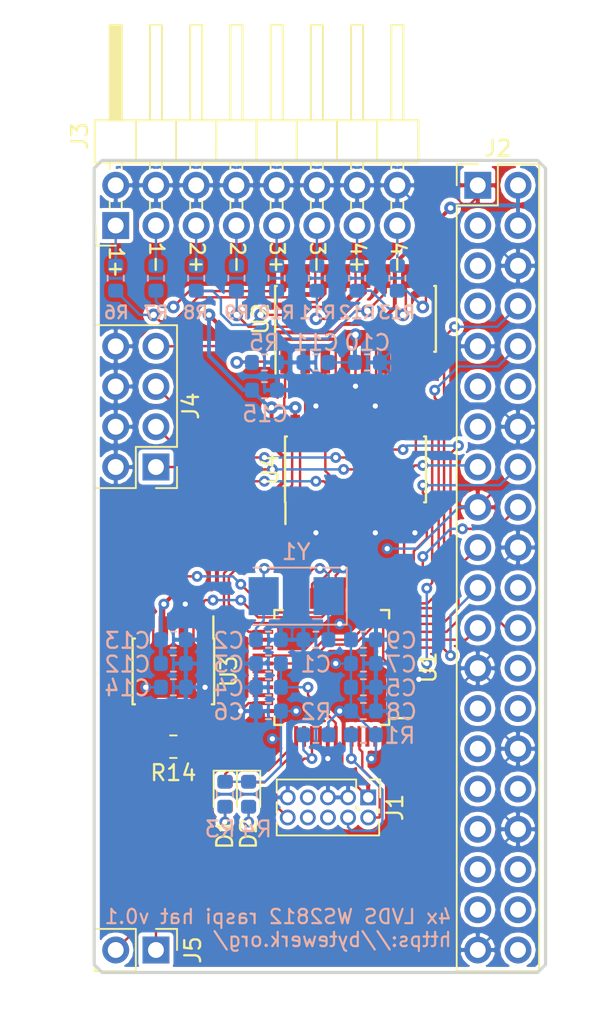
<source format=kicad_pcb>
(kicad_pcb (version 20171130) (host pcbnew 5.0.0-rc2-unknown-dd436b6~65~ubuntu18.04.1)
  (layers (0 F.Cu signal) (31 B.Cu signal) (34 B.Paste user) (35 F.Paste user) (36 B.SilkS user) (37 F.SilkS user) (38 B.Mask user) (39 F.Mask user) (44 Edge.Cuts user))
  (net 0 "")
  (net 1 "Net-(C1-Pad1)")
  (net 2 GND)
  (net 3 "Net-(C2-Pad1)")
  (net 4 "Net-(C3-Pad1)")
  (net 5 +3V3)
  (net 6 +5V)
  (net 7 "Net-(D1-Pad2)")
  (net 8 "Net-(D2-Pad2)")
  (net 9 SWDIO)
  (net 10 SWCLK)
  (net 11 "Net-(J1-Pad6)")
  (net 12 "Net-(J1-Pad7)")
  (net 13 "Net-(J1-Pad8)")
  (net 14 NRST)
  (net 15 "Net-(J2-Pad3)")
  (net 16 "Net-(J2-Pad5)")
  (net 17 "Net-(J2-Pad7)")
  (net 18 UART5_RX)
  (net 19 UART5_TX)
  (net 20 "Net-(J2-Pad11)")
  (net 21 "Net-(J2-Pad12)")
  (net 22 "Net-(J2-Pad13)")
  (net 23 GPIO_A01)
  (net 24 GPIO_A02)
  (net 25 GPIO_A03)
  (net 26 SPI0_MOSI)
  (net 27 SPI0_MISO)
  (net 28 "Net-(J2-Pad22)")
  (net 29 SPI0_SCK)
  (net 30 SPI0_CS)
  (net 31 "Net-(J2-Pad26)")
  (net 32 "Net-(J2-Pad27)")
  (net 33 "Net-(J2-Pad28)")
  (net 34 "Net-(J2-Pad29)")
  (net 35 "Net-(J2-Pad31)")
  (net 36 "Net-(J2-Pad32)")
  (net 37 "Net-(J2-Pad33)")
  (net 38 "Net-(J2-Pad35)")
  (net 39 "Net-(J2-Pad36)")
  (net 40 "Net-(J2-Pad37)")
  (net 41 "Net-(J2-Pad38)")
  (net 42 "Net-(J2-Pad40)")
  (net 43 "Net-(J3-Pad1)")
  (net 44 "Net-(J3-Pad3)")
  (net 45 "Net-(J3-Pad5)")
  (net 46 "Net-(J3-Pad7)")
  (net 47 "Net-(J3-Pad9)")
  (net 48 "Net-(J3-Pad11)")
  (net 49 "Net-(J3-Pad13)")
  (net 50 "Net-(J3-Pad15)")
  (net 51 "Net-(J4-Pad1)")
  (net 52 "Net-(J4-Pad3)")
  (net 53 "Net-(J4-Pad5)")
  (net 54 "Net-(J4-Pad7)")
  (net 55 "Net-(J5-Pad1)")
  (net 56 "Net-(J5-Pad2)")
  (net 57 LVDS_EN)
  (net 58 "Net-(R6-Pad2)")
  (net 59 "Net-(R7-Pad2)")
  (net 60 "Net-(R8-Pad2)")
  (net 61 "Net-(R9-Pad2)")
  (net 62 "Net-(R10-Pad2)")
  (net 63 "Net-(R11-Pad2)")
  (net 64 "Net-(R12-Pad2)")
  (net 65 "Net-(R13-Pad2)")
  (net 66 SPI1_MOSI)
  (net 67 SPI4_MOSI)
  (net 68 "Net-(U1-Pad8)")
  (net 69 SPI2_MOSI)
  (net 70 "Net-(U1-Pad16)")
  (net 71 CAN0_TX)
  (net 72 CAN0_RX)
  (net 73 "Net-(U1-Pad22)")
  (net 74 SPI3_MOSI)
  (net 75 "Net-(U1-Pad27)")
  (net 76 "Net-(U1-Pad31)")
  (net 77 "Net-(U1-Pad32)")
  (net 78 "Net-(U1-Pad33)")
  (net 79 "Net-(U1-Pad34)")
  (net 80 "Net-(U1-Pad47)")
  (net 81 "Net-(U2-Pad8)")
  (net 82 "Net-(U1-Pad39)")
  (net 83 "Net-(U1-Pad41)")
  (net 84 "Net-(U1-Pad2)")
  (net 85 "Net-(U1-Pad3)")
  (net 86 "Net-(U1-Pad4)")
  (net 87 "Net-(U1-Pad48)")
  (net 88 "Net-(U1-Pad28)")
  (net 89 LED0)
  (net 90 LED1)
  (module Connector_PinHeader_1.27mm:PinHeader_2x05_P1.27mm_Vertical (layer F.Cu) (at 102.3 90.7 270)
    (fp_text reference J1 (at 0.635 -1.695 270) (layer F.SilkS))
    (fp_text value Conn_ARM_JTAG_SWD_10)
    (pad 1 thru_hole rect (at 0 0 270) (size 1 1) (drill 0.65) (layers *.Cu *.Mask) (net 5 +3V3))
    (pad 2 thru_hole oval (at 1.27 0 270) (size 1 1) (drill 0.65) (layers *.Cu *.Mask) (net 9 SWDIO))
    (pad 3 thru_hole oval (at 0 1.27 270) (size 1 1) (drill 0.65) (layers *.Cu *.Mask) (net 2 GND))
    (pad 4 thru_hole oval (at 1.27 1.27 270) (size 1 1) (drill 0.65) (layers *.Cu *.Mask) (net 10 SWCLK))
    (pad 5 thru_hole oval (at 0 2.54 270) (size 1 1) (drill 0.65) (layers *.Cu *.Mask) (net 2 GND))
    (pad 6 thru_hole oval (at 1.27 2.54 270) (size 1 1) (drill 0.65) (layers *.Cu *.Mask) (net 11 "Net-(J1-Pad6)"))
    (pad 7 thru_hole oval (at 0 3.81 270) (size 1 1) (drill 0.65) (layers *.Cu *.Mask) (net 12 "Net-(J1-Pad7)"))
    (pad 8 thru_hole oval (at 1.27 3.81 270) (size 1 1) (drill 0.65) (layers *.Cu *.Mask) (net 13 "Net-(J1-Pad8)"))
    (pad 9 thru_hole oval (at 0 5.08 270) (size 1 1) (drill 0.65) (layers *.Cu *.Mask) (net 2 GND))
    (pad 10 thru_hole oval (at 1.27 5.08 270) (size 1 1) (drill 0.65) (layers *.Cu *.Mask) (net 14 NRST))
  )
  (module Connector_PinHeader_2.54mm:PinHeader_2x08_P2.54mm_Horizontal (layer F.Cu) (at 86.36 54.61 90)
    (fp_text reference J3 (at 5.655 -2.27 90) (layer F.SilkS))
    (fp_text value Conn_02x08_Odd_Even)
    (pad 1 thru_hole rect (at 0 0 90) (size 1.7 1.7) (drill 1) (layers *.Cu *.Mask) (net 43 "Net-(J3-Pad1)"))
    (pad 2 thru_hole oval (at 2.54 0 90) (size 1.7 1.7) (drill 1) (layers *.Cu *.Mask) (net 2 GND))
    (pad 3 thru_hole oval (at 0 2.54 90) (size 1.7 1.7) (drill 1) (layers *.Cu *.Mask) (net 44 "Net-(J3-Pad3)"))
    (pad 4 thru_hole oval (at 2.54 2.54 90) (size 1.7 1.7) (drill 1) (layers *.Cu *.Mask) (net 2 GND))
    (pad 5 thru_hole oval (at 0 5.08 90) (size 1.7 1.7) (drill 1) (layers *.Cu *.Mask) (net 45 "Net-(J3-Pad5)"))
    (pad 6 thru_hole oval (at 2.54 5.08 90) (size 1.7 1.7) (drill 1) (layers *.Cu *.Mask) (net 2 GND))
    (pad 7 thru_hole oval (at 0 7.62 90) (size 1.7 1.7) (drill 1) (layers *.Cu *.Mask) (net 46 "Net-(J3-Pad7)"))
    (pad 8 thru_hole oval (at 2.54 7.62 90) (size 1.7 1.7) (drill 1) (layers *.Cu *.Mask) (net 2 GND))
    (pad 9 thru_hole oval (at 0 10.16 90) (size 1.7 1.7) (drill 1) (layers *.Cu *.Mask) (net 47 "Net-(J3-Pad9)"))
    (pad 10 thru_hole oval (at 2.54 10.16 90) (size 1.7 1.7) (drill 1) (layers *.Cu *.Mask) (net 2 GND))
    (pad 11 thru_hole oval (at 0 12.7 90) (size 1.7 1.7) (drill 1) (layers *.Cu *.Mask) (net 48 "Net-(J3-Pad11)"))
    (pad 12 thru_hole oval (at 2.54 12.7 90) (size 1.7 1.7) (drill 1) (layers *.Cu *.Mask) (net 2 GND))
    (pad 13 thru_hole oval (at 0 15.24 90) (size 1.7 1.7) (drill 1) (layers *.Cu *.Mask) (net 49 "Net-(J3-Pad13)"))
    (pad 14 thru_hole oval (at 2.54 15.24 90) (size 1.7 1.7) (drill 1) (layers *.Cu *.Mask) (net 2 GND))
    (pad 15 thru_hole oval (at 0 17.78 90) (size 1.7 1.7) (drill 1) (layers *.Cu *.Mask) (net 50 "Net-(J3-Pad15)"))
    (pad 16 thru_hole oval (at 2.54 17.78 90) (size 1.7 1.7) (drill 1) (layers *.Cu *.Mask) (net 2 GND))
  )
  (module Package_SO:SOIC-14_3.9x8.7mm_P1.27mm (layer F.Cu) (at 101.5 70 90)
    (fp_text reference U4 (at 0 -5.375 90) (layer F.SilkS))
    (fp_text value 74LS32)
    (pad 1 smd rect (at -2.7 -3.81 90) (size 1.5 0.6) (layers F.Cu F.Paste F.Mask) (net 74 SPI3_MOSI))
    (pad 2 smd rect (at -2.7 -2.54 90) (size 1.5 0.6) (layers F.Cu F.Paste F.Mask) (net 2 GND))
    (pad 3 smd rect (at -2.7 -1.27 90) (size 1.5 0.6) (layers F.Cu F.Paste F.Mask) (net 51 "Net-(J4-Pad1)"))
    (pad 4 smd rect (at -2.7 0 90) (size 1.5 0.6) (layers F.Cu F.Paste F.Mask) (net 69 SPI2_MOSI))
    (pad 5 smd rect (at -2.7 1.27 90) (size 1.5 0.6) (layers F.Cu F.Paste F.Mask) (net 2 GND))
    (pad 6 smd rect (at -2.7 2.54 90) (size 1.5 0.6) (layers F.Cu F.Paste F.Mask) (net 52 "Net-(J4-Pad3)"))
    (pad 7 smd rect (at -2.7 3.81 90) (size 1.5 0.6) (layers F.Cu F.Paste F.Mask) (net 2 GND))
    (pad 8 smd rect (at 2.7 3.81 90) (size 1.5 0.6) (layers F.Cu F.Paste F.Mask) (net 53 "Net-(J4-Pad5)"))
    (pad 9 smd rect (at 2.7 2.54 90) (size 1.5 0.6) (layers F.Cu F.Paste F.Mask) (net 66 SPI1_MOSI))
    (pad 10 smd rect (at 2.7 1.27 90) (size 1.5 0.6) (layers F.Cu F.Paste F.Mask) (net 2 GND))
    (pad 11 smd rect (at 2.7 0 90) (size 1.5 0.6) (layers F.Cu F.Paste F.Mask) (net 54 "Net-(J4-Pad7)"))
    (pad 12 smd rect (at 2.7 -1.27 90) (size 1.5 0.6) (layers F.Cu F.Paste F.Mask) (net 67 SPI4_MOSI))
    (pad 13 smd rect (at 2.7 -2.54 90) (size 1.5 0.6) (layers F.Cu F.Paste F.Mask) (net 2 GND))
    (pad 14 smd rect (at 2.7 -3.81 90) (size 1.5 0.6) (layers F.Cu F.Paste F.Mask) (net 6 +5V))
  )
  (module Capacitor_SMD:C_0603_1608Metric (layer B.Cu) (at 99 80.75 180)
    (fp_text reference C1 (at 0 -1.55 180) (layer B.SilkS) (effects (justify mirror)))
    (fp_text value 18pF)
    (pad 1 smd roundrect (at -0.7875 0 180) (size 0.875 0.95) (layers B.Cu B.Paste B.Mask) (net 1 "Net-(C1-Pad1)"))
    (pad 2 smd roundrect (at 0.7875 0 180) (size 0.875 0.95) (layers B.Cu B.Paste B.Mask) (net 2 GND))
  )
  (module Capacitor_SMD:C_0603_1608Metric (layer B.Cu) (at 96 80.75)
    (fp_text reference C2 (at -2.5 0.05) (layer B.SilkS) (effects (justify mirror)))
    (fp_text value 18pF)
    (pad 2 smd roundrect (at 0.7875 0) (size 0.875 0.95) (layers B.Cu B.Paste B.Mask) (net 2 GND))
    (pad 1 smd roundrect (at -0.7875 0) (size 0.875 0.95) (layers B.Cu B.Paste B.Mask) (net 3 "Net-(C2-Pad1)"))
  )
  (module Capacitor_SMD:C_0603_1608Metric (layer B.Cu) (at 96 82.25 180)
    (fp_text reference C3 (at 2.5 -0.05 180) (layer B.SilkS) (effects (justify mirror)))
    (fp_text value 1uF)
    (pad 2 smd roundrect (at 0.7875 0 180) (size 0.875 0.95) (layers B.Cu B.Paste B.Mask) (net 2 GND))
    (pad 1 smd roundrect (at -0.7875 0 180) (size 0.875 0.95) (layers B.Cu B.Paste B.Mask) (net 4 "Net-(C3-Pad1)"))
  )
  (module Capacitor_SMD:C_0603_1608Metric (layer B.Cu) (at 96 83.75 180)
    (fp_text reference C4 (at 2.5 -0.05 180) (layer B.SilkS) (effects (justify mirror)))
    (fp_text value 100nF)
    (pad 1 smd roundrect (at -0.7875 0 180) (size 0.875 0.95) (layers B.Cu B.Paste B.Mask) (net 4 "Net-(C3-Pad1)"))
    (pad 2 smd roundrect (at 0.7875 0 180) (size 0.875 0.95) (layers B.Cu B.Paste B.Mask) (net 2 GND))
  )
  (module Capacitor_SMD:C_0603_1608Metric (layer B.Cu) (at 102 83.75)
    (fp_text reference C5 (at 2.4 0.05) (layer B.SilkS) (effects (justify mirror)))
    (fp_text value 1uF)
    (pad 2 smd roundrect (at 0.7875 0) (size 0.875 0.95) (layers B.Cu B.Paste B.Mask) (net 2 GND))
    (pad 1 smd roundrect (at -0.7875 0) (size 0.875 0.95) (layers B.Cu B.Paste B.Mask) (net 5 +3V3))
  )
  (module Capacitor_SMD:C_0603_1608Metric (layer B.Cu) (at 96 85.25 180)
    (fp_text reference C6 (at 2.5 -0.05 180) (layer B.SilkS) (effects (justify mirror)))
    (fp_text value 100nF)
    (pad 1 smd roundrect (at -0.7875 0 180) (size 0.875 0.95) (layers B.Cu B.Paste B.Mask) (net 5 +3V3))
    (pad 2 smd roundrect (at 0.7875 0 180) (size 0.875 0.95) (layers B.Cu B.Paste B.Mask) (net 2 GND))
  )
  (module Capacitor_SMD:C_0603_1608Metric (layer B.Cu) (at 102 82.25)
    (fp_text reference C7 (at 2.4 0.05) (layer B.SilkS) (effects (justify mirror)))
    (fp_text value 100nF)
    (pad 1 smd roundrect (at -0.7875 0) (size 0.875 0.95) (layers B.Cu B.Paste B.Mask) (net 5 +3V3))
    (pad 2 smd roundrect (at 0.7875 0) (size 0.875 0.95) (layers B.Cu B.Paste B.Mask) (net 2 GND))
  )
  (module Capacitor_SMD:C_0603_1608Metric (layer B.Cu) (at 102 85.25)
    (fp_text reference C8 (at 2.4 0.05) (layer B.SilkS) (effects (justify mirror)))
    (fp_text value 100nF)
    (pad 2 smd roundrect (at 0.7875 0) (size 0.875 0.95) (layers B.Cu B.Paste B.Mask) (net 2 GND))
    (pad 1 smd roundrect (at -0.7875 0) (size 0.875 0.95) (layers B.Cu B.Paste B.Mask) (net 5 +3V3))
  )
  (module Capacitor_SMD:C_0603_1608Metric (layer B.Cu) (at 102 80.75)
    (fp_text reference C9 (at 2.4 0.05) (layer B.SilkS) (effects (justify mirror)))
    (fp_text value 100nF)
    (pad 1 smd roundrect (at -0.7875 0) (size 0.875 0.95) (layers B.Cu B.Paste B.Mask) (net 5 +3V3))
    (pad 2 smd roundrect (at 0.7875 0) (size 0.875 0.95) (layers B.Cu B.Paste B.Mask) (net 2 GND))
  )
  (module Capacitor_SMD:C_0603_1608Metric (layer B.Cu) (at 102.25 63.25)
    (fp_text reference C10 (at 0 -1.25) (layer B.SilkS) (effects (justify mirror)))
    (fp_text value 1uF)
    (pad 1 smd roundrect (at -0.7875 0) (size 0.875 0.95) (layers B.Cu B.Paste B.Mask) (net 5 +3V3))
    (pad 2 smd roundrect (at 0.7875 0) (size 0.875 0.95) (layers B.Cu B.Paste B.Mask) (net 2 GND))
  )
  (module Capacitor_SMD:C_0603_1608Metric (layer B.Cu) (at 99 63.25 180)
    (fp_text reference C11 (at 0 1.25 180) (layer B.SilkS) (effects (justify mirror)))
    (fp_text value 100nF)
    (pad 2 smd roundrect (at 0.7875 0 180) (size 0.875 0.95) (layers B.Cu B.Paste B.Mask) (net 2 GND))
    (pad 1 smd roundrect (at -0.7875 0 180) (size 0.875 0.95) (layers B.Cu B.Paste B.Mask) (net 5 +3V3))
  )
  (module Capacitor_SMD:C_0603_1608Metric (layer B.Cu) (at 90 82.25)
    (fp_text reference C12 (at -2.9 0.05) (layer B.SilkS) (effects (justify mirror)))
    (fp_text value 1uF)
    (pad 2 smd roundrect (at 0.7875 0) (size 0.875 0.95) (layers B.Cu B.Paste B.Mask) (net 2 GND))
    (pad 1 smd roundrect (at -0.7875 0) (size 0.875 0.95) (layers B.Cu B.Paste B.Mask) (net 6 +5V))
  )
  (module Capacitor_SMD:C_0603_1608Metric (layer B.Cu) (at 90 80.75)
    (fp_text reference C13 (at -2.9 0.05) (layer B.SilkS) (effects (justify mirror)))
    (fp_text value 100nF)
    (pad 1 smd roundrect (at -0.7875 0) (size 0.875 0.95) (layers B.Cu B.Paste B.Mask) (net 6 +5V))
    (pad 2 smd roundrect (at 0.7875 0) (size 0.875 0.95) (layers B.Cu B.Paste B.Mask) (net 2 GND))
  )
  (module Capacitor_SMD:C_0603_1608Metric (layer B.Cu) (at 90 83.75)
    (fp_text reference C14 (at -2.9 0.05) (layer B.SilkS) (effects (justify mirror)))
    (fp_text value 100nF)
    (pad 1 smd roundrect (at -0.7875 0) (size 0.875 0.95) (layers B.Cu B.Paste B.Mask) (net 5 +3V3))
    (pad 2 smd roundrect (at 0.7875 0) (size 0.875 0.95) (layers B.Cu B.Paste B.Mask) (net 2 GND))
  )
  (module Capacitor_SMD:C_0603_1608Metric (layer B.Cu) (at 95.75 65)
    (fp_text reference C15 (at 0.05 1.5) (layer B.SilkS) (effects (justify mirror)))
    (fp_text value 1uF)
    (pad 2 smd roundrect (at 0.7875 0) (size 0.875 0.95) (layers B.Cu B.Paste B.Mask) (net 2 GND))
    (pad 1 smd roundrect (at -0.7875 0) (size 0.875 0.95) (layers B.Cu B.Paste B.Mask) (net 6 +5V))
  )
  (module LED_SMD:LED_0603_1608Metric (layer F.Cu) (at 93.278 90.5 270)
    (fp_text reference D1 (at 2.5 0.028 270) (layer F.SilkS))
    (fp_text value red)
    (pad 1 smd roundrect (at -0.7875 0 270) (size 0.875 0.95) (layers F.Cu F.Paste F.Mask) (net 89 LED0))
    (pad 2 smd roundrect (at 0.7875 0 270) (size 0.875 0.95) (layers F.Cu F.Paste F.Mask) (net 7 "Net-(D1-Pad2)"))
  )
  (module LED_SMD:LED_0603_1608Metric (layer F.Cu) (at 94.75 90.5 270)
    (fp_text reference D2 (at 2.5 0 270) (layer F.SilkS))
    (fp_text value yellow)
    (pad 2 smd roundrect (at 0.7875 0 270) (size 0.875 0.95) (layers F.Cu F.Paste F.Mask) (net 8 "Net-(D2-Pad2)"))
    (pad 1 smd roundrect (at -0.7875 0 270) (size 0.875 0.95) (layers F.Cu F.Paste F.Mask) (net 90 LED1))
  )
  (module Connector_PinHeader_2.54mm:PinHeader_2x20_P2.54mm_Vertical (layer F.Cu) (at 109.22 52.07)
    (fp_text reference J2 (at 1.27 -2.33) (layer F.SilkS))
    (fp_text value Raspberry_Pi_2_3)
    (pad 1 thru_hole rect (at 0 0) (size 1.7 1.7) (drill 1) (layers *.Cu *.Mask) (net 5 +3V3))
    (pad 2 thru_hole oval (at 2.54 0) (size 1.7 1.7) (drill 1) (layers *.Cu *.Mask) (net 6 +5V))
    (pad 3 thru_hole oval (at 0 2.54) (size 1.7 1.7) (drill 1) (layers *.Cu *.Mask) (net 15 "Net-(J2-Pad3)"))
    (pad 4 thru_hole oval (at 2.54 2.54) (size 1.7 1.7) (drill 1) (layers *.Cu *.Mask) (net 6 +5V))
    (pad 5 thru_hole oval (at 0 5.08) (size 1.7 1.7) (drill 1) (layers *.Cu *.Mask) (net 16 "Net-(J2-Pad5)"))
    (pad 6 thru_hole oval (at 2.54 5.08) (size 1.7 1.7) (drill 1) (layers *.Cu *.Mask) (net 2 GND))
    (pad 7 thru_hole oval (at 0 7.62) (size 1.7 1.7) (drill 1) (layers *.Cu *.Mask) (net 17 "Net-(J2-Pad7)"))
    (pad 8 thru_hole oval (at 2.54 7.62) (size 1.7 1.7) (drill 1) (layers *.Cu *.Mask) (net 18 UART5_RX))
    (pad 9 thru_hole oval (at 0 10.16) (size 1.7 1.7) (drill 1) (layers *.Cu *.Mask) (net 2 GND))
    (pad 10 thru_hole oval (at 2.54 10.16) (size 1.7 1.7) (drill 1) (layers *.Cu *.Mask) (net 19 UART5_TX))
    (pad 11 thru_hole oval (at 0 12.7) (size 1.7 1.7) (drill 1) (layers *.Cu *.Mask) (net 20 "Net-(J2-Pad11)"))
    (pad 12 thru_hole oval (at 2.54 12.7) (size 1.7 1.7) (drill 1) (layers *.Cu *.Mask) (net 21 "Net-(J2-Pad12)"))
    (pad 13 thru_hole oval (at 0 15.24) (size 1.7 1.7) (drill 1) (layers *.Cu *.Mask) (net 22 "Net-(J2-Pad13)"))
    (pad 14 thru_hole oval (at 2.54 15.24) (size 1.7 1.7) (drill 1) (layers *.Cu *.Mask) (net 2 GND))
    (pad 15 thru_hole oval (at 0 17.78) (size 1.7 1.7) (drill 1) (layers *.Cu *.Mask) (net 23 GPIO_A01))
    (pad 16 thru_hole oval (at 2.54 17.78) (size 1.7 1.7) (drill 1) (layers *.Cu *.Mask) (net 24 GPIO_A02))
    (pad 17 thru_hole oval (at 0 20.32) (size 1.7 1.7) (drill 1) (layers *.Cu *.Mask) (net 5 +3V3))
    (pad 18 thru_hole oval (at 2.54 20.32) (size 1.7 1.7) (drill 1) (layers *.Cu *.Mask) (net 25 GPIO_A03))
    (pad 19 thru_hole oval (at 0 22.86) (size 1.7 1.7) (drill 1) (layers *.Cu *.Mask) (net 26 SPI0_MOSI))
    (pad 20 thru_hole oval (at 2.54 22.86) (size 1.7 1.7) (drill 1) (layers *.Cu *.Mask) (net 2 GND))
    (pad 21 thru_hole oval (at 0 25.4) (size 1.7 1.7) (drill 1) (layers *.Cu *.Mask) (net 27 SPI0_MISO))
    (pad 22 thru_hole oval (at 2.54 25.4) (size 1.7 1.7) (drill 1) (layers *.Cu *.Mask) (net 28 "Net-(J2-Pad22)"))
    (pad 23 thru_hole oval (at 0 27.94) (size 1.7 1.7) (drill 1) (layers *.Cu *.Mask) (net 29 SPI0_SCK))
    (pad 24 thru_hole oval (at 2.54 27.94) (size 1.7 1.7) (drill 1) (layers *.Cu *.Mask) (net 30 SPI0_CS))
    (pad 25 thru_hole oval (at 0 30.48) (size 1.7 1.7) (drill 1) (layers *.Cu *.Mask) (net 2 GND))
    (pad 26 thru_hole oval (at 2.54 30.48) (size 1.7 1.7) (drill 1) (layers *.Cu *.Mask) (net 31 "Net-(J2-Pad26)"))
    (pad 27 thru_hole oval (at 0 33.02) (size 1.7 1.7) (drill 1) (layers *.Cu *.Mask) (net 32 "Net-(J2-Pad27)"))
    (pad 28 thru_hole oval (at 2.54 33.02) (size 1.7 1.7) (drill 1) (layers *.Cu *.Mask) (net 33 "Net-(J2-Pad28)"))
    (pad 29 thru_hole oval (at 0 35.56) (size 1.7 1.7) (drill 1) (layers *.Cu *.Mask) (net 34 "Net-(J2-Pad29)"))
    (pad 30 thru_hole oval (at 2.54 35.56) (size 1.7 1.7) (drill 1) (layers *.Cu *.Mask) (net 2 GND))
    (pad 31 thru_hole oval (at 0 38.1) (size 1.7 1.7) (drill 1) (layers *.Cu *.Mask) (net 35 "Net-(J2-Pad31)"))
    (pad 32 thru_hole oval (at 2.54 38.1) (size 1.7 1.7) (drill 1) (layers *.Cu *.Mask) (net 36 "Net-(J2-Pad32)"))
    (pad 33 thru_hole oval (at 0 40.64) (size 1.7 1.7) (drill 1) (layers *.Cu *.Mask) (net 37 "Net-(J2-Pad33)"))
    (pad 34 thru_hole oval (at 2.54 40.64) (size 1.7 1.7) (drill 1) (layers *.Cu *.Mask) (net 2 GND))
    (pad 35 thru_hole oval (at 0 43.18) (size 1.7 1.7) (drill 1) (layers *.Cu *.Mask) (net 38 "Net-(J2-Pad35)"))
    (pad 36 thru_hole oval (at 2.54 43.18) (size 1.7 1.7) (drill 1) (layers *.Cu *.Mask) (net 39 "Net-(J2-Pad36)"))
    (pad 37 thru_hole oval (at 0 45.72) (size 1.7 1.7) (drill 1) (layers *.Cu *.Mask) (net 40 "Net-(J2-Pad37)"))
    (pad 38 thru_hole oval (at 2.54 45.72) (size 1.7 1.7) (drill 1) (layers *.Cu *.Mask) (net 41 "Net-(J2-Pad38)"))
    (pad 39 thru_hole oval (at 0 48.26) (size 1.7 1.7) (drill 1) (layers *.Cu *.Mask) (net 2 GND))
    (pad 40 thru_hole oval (at 2.54 48.26) (size 1.7 1.7) (drill 1) (layers *.Cu *.Mask) (net 42 "Net-(J2-Pad40)"))
  )
  (module Connector_PinHeader_2.54mm:PinHeader_2x04_P2.54mm_Vertical (layer F.Cu) (at 88.9 69.85 180)
    (fp_text reference J4 (at -2.2 3.85 270) (layer F.SilkS))
    (fp_text value Conn_02x04_Odd_Even)
    (pad 1 thru_hole rect (at 0 0 180) (size 1.7 1.7) (drill 1) (layers *.Cu *.Mask) (net 51 "Net-(J4-Pad1)"))
    (pad 2 thru_hole oval (at 2.54 0 180) (size 1.7 1.7) (drill 1) (layers *.Cu *.Mask) (net 2 GND))
    (pad 3 thru_hole oval (at 0 2.54 180) (size 1.7 1.7) (drill 1) (layers *.Cu *.Mask) (net 52 "Net-(J4-Pad3)"))
    (pad 4 thru_hole oval (at 2.54 2.54 180) (size 1.7 1.7) (drill 1) (layers *.Cu *.Mask) (net 2 GND))
    (pad 5 thru_hole oval (at 0 5.08 180) (size 1.7 1.7) (drill 1) (layers *.Cu *.Mask) (net 53 "Net-(J4-Pad5)"))
    (pad 6 thru_hole oval (at 2.54 5.08 180) (size 1.7 1.7) (drill 1) (layers *.Cu *.Mask) (net 2 GND))
    (pad 7 thru_hole oval (at 0 7.62 180) (size 1.7 1.7) (drill 1) (layers *.Cu *.Mask) (net 54 "Net-(J4-Pad7)"))
    (pad 8 thru_hole oval (at 2.54 7.62 180) (size 1.7 1.7) (drill 1) (layers *.Cu *.Mask) (net 2 GND))
  )
  (module Connector_PinHeader_2.54mm:PinHeader_1x02_P2.54mm_Vertical (layer F.Cu) (at 88.9 100.33 270)
    (fp_text reference J5 (at 0 -2.33 270) (layer F.SilkS))
    (fp_text value Conn_01x02)
    (pad 1 thru_hole rect (at 0 0 270) (size 1.7 1.7) (drill 1) (layers *.Cu *.Mask) (net 55 "Net-(J5-Pad1)"))
    (pad 2 thru_hole oval (at 0 2.54 270) (size 1.7 1.7) (drill 1) (layers *.Cu *.Mask) (net 56 "Net-(J5-Pad2)"))
  )
  (module Resistor_SMD:R_0603_1608Metric (layer B.Cu) (at 102 86.75 180)
    (fp_text reference R1 (at -2.3 -0.05 180) (layer B.SilkS) (effects (justify mirror)))
    (fp_text value 1K)
    (pad 1 smd roundrect (at -0.7875 0 180) (size 0.875 0.95) (layers B.Cu B.Paste B.Mask) (net 5 +3V3))
    (pad 2 smd roundrect (at 0.7875 0 180) (size 0.875 0.95) (layers B.Cu B.Paste B.Mask) (net 10 SWCLK))
  )
  (module Resistor_SMD:R_0603_1608Metric (layer B.Cu) (at 99 86.75 180)
    (fp_text reference R2 (at 0 1.45 180) (layer B.SilkS) (effects (justify mirror)))
    (fp_text value 10K)
    (pad 2 smd roundrect (at 0.7875 0 180) (size 0.875 0.95) (layers B.Cu B.Paste B.Mask) (net 14 NRST))
    (pad 1 smd roundrect (at -0.7875 0 180) (size 0.875 0.95) (layers B.Cu B.Paste B.Mask) (net 5 +3V3))
  )
  (module Resistor_SMD:R_0603_1608Metric (layer B.Cu) (at 93.25 90.5 270)
    (fp_text reference R3 (at 2.2 0.3) (layer B.SilkS) (effects (justify mirror)))
    (fp_text value 1K)
    (pad 1 smd roundrect (at -0.7875 0 270) (size 0.875 0.95) (layers B.Cu B.Paste B.Mask) (net 5 +3V3))
    (pad 2 smd roundrect (at 0.7875 0 270) (size 0.875 0.95) (layers B.Cu B.Paste B.Mask) (net 7 "Net-(D1-Pad2)"))
  )
  (module Resistor_SMD:R_0603_1608Metric (layer B.Cu) (at 94.75 90.5 270)
    (fp_text reference R4 (at 2.2 -0.5) (layer B.SilkS) (effects (justify mirror)))
    (fp_text value 1K)
    (pad 2 smd roundrect (at 0.7875 0 270) (size 0.875 0.95) (layers B.Cu B.Paste B.Mask) (net 8 "Net-(D2-Pad2)"))
    (pad 1 smd roundrect (at -0.7875 0 270) (size 0.875 0.95) (layers B.Cu B.Paste B.Mask) (net 5 +3V3))
  )
  (module Resistor_SMD:R_0603_1608Metric (layer B.Cu) (at 95.75 63.25)
    (fp_text reference R5 (at 0 -1.25) (layer B.SilkS) (effects (justify mirror)))
    (fp_text value 10K)
    (pad 2 smd roundrect (at 0.7875 0) (size 0.875 0.95) (layers B.Cu B.Paste B.Mask) (net 2 GND))
    (pad 1 smd roundrect (at -0.7875 0) (size 0.875 0.95) (layers B.Cu B.Paste B.Mask) (net 57 LVDS_EN))
  )
  (module Resistor_SMD:R_0603_1608Metric (layer B.Cu) (at 86.36 57.9375 270)
    (fp_text reference R6 (at 2.1625 -0.04) (layer B.SilkS) (effects (font (size 0.8 0.8)) (justify mirror)))
    (fp_text value 22R)
    (pad 1 smd roundrect (at -0.7875 0 270) (size 0.875 0.95) (layers B.Cu B.Paste B.Mask) (net 43 "Net-(J3-Pad1)"))
    (pad 2 smd roundrect (at 0.7875 0 270) (size 0.875 0.95) (layers B.Cu B.Paste B.Mask) (net 58 "Net-(R6-Pad2)"))
  )
  (module Resistor_SMD:R_0603_1608Metric (layer B.Cu) (at 88.9 57.9375 270)
    (fp_text reference R7 (at 2.1625 0) (layer B.SilkS) (effects (font (size 0.8 0.8)) (justify mirror)))
    (fp_text value 22R)
    (pad 2 smd roundrect (at 0.7875 0 270) (size 0.875 0.95) (layers B.Cu B.Paste B.Mask) (net 59 "Net-(R7-Pad2)"))
    (pad 1 smd roundrect (at -0.7875 0 270) (size 0.875 0.95) (layers B.Cu B.Paste B.Mask) (net 44 "Net-(J3-Pad3)"))
  )
  (module Resistor_SMD:R_0603_1608Metric (layer B.Cu) (at 91.44 57.9375 270)
    (fp_text reference R8 (at 2.1625 0.04) (layer B.SilkS) (effects (font (size 0.8 0.8)) (justify mirror)))
    (fp_text value 22R)
    (pad 1 smd roundrect (at -0.7875 0 270) (size 0.875 0.95) (layers B.Cu B.Paste B.Mask) (net 45 "Net-(J3-Pad5)"))
    (pad 2 smd roundrect (at 0.7875 0 270) (size 0.875 0.95) (layers B.Cu B.Paste B.Mask) (net 60 "Net-(R8-Pad2)"))
  )
  (module Resistor_SMD:R_0603_1608Metric (layer B.Cu) (at 93.98 57.9375 270)
    (fp_text reference R9 (at 2.1625 -0.02) (layer B.SilkS) (effects (font (size 0.8 0.8)) (justify mirror)))
    (fp_text value 22R)
    (pad 1 smd roundrect (at -0.7875 0 270) (size 0.875 0.95) (layers B.Cu B.Paste B.Mask) (net 46 "Net-(J3-Pad7)"))
    (pad 2 smd roundrect (at 0.7875 0 270) (size 0.875 0.95) (layers B.Cu B.Paste B.Mask) (net 61 "Net-(R9-Pad2)"))
  )
  (module Resistor_SMD:R_0603_1608Metric (layer B.Cu) (at 96.52 57.9375 270)
    (fp_text reference R10 (at 2.1625 0.02) (layer B.SilkS) (effects (font (size 0.8 0.8)) (justify mirror)))
    (fp_text value 22R)
    (pad 2 smd roundrect (at 0.7875 0 270) (size 0.875 0.95) (layers B.Cu B.Paste B.Mask) (net 62 "Net-(R10-Pad2)"))
    (pad 1 smd roundrect (at -0.7875 0 270) (size 0.875 0.95) (layers B.Cu B.Paste B.Mask) (net 47 "Net-(J3-Pad9)"))
  )
  (module Resistor_SMD:R_0603_1608Metric (layer B.Cu) (at 99.06 57.9375 270)
    (fp_text reference R11 (at 2.1625 -0.04) (layer B.SilkS) (effects (font (size 0.8 0.8)) (justify mirror)))
    (fp_text value 22R)
    (pad 1 smd roundrect (at -0.7875 0 270) (size 0.875 0.95) (layers B.Cu B.Paste B.Mask) (net 48 "Net-(J3-Pad11)"))
    (pad 2 smd roundrect (at 0.7875 0 270) (size 0.875 0.95) (layers B.Cu B.Paste B.Mask) (net 63 "Net-(R11-Pad2)"))
  )
  (module Resistor_SMD:R_0603_1608Metric (layer B.Cu) (at 101.6 57.9375 270)
    (fp_text reference R12 (at 2.1625 0) (layer B.SilkS) (effects (font (size 0.8 0.8)) (justify mirror)))
    (fp_text value 22R)
    (pad 2 smd roundrect (at 0.7875 0 270) (size 0.875 0.95) (layers B.Cu B.Paste B.Mask) (net 64 "Net-(R12-Pad2)"))
    (pad 1 smd roundrect (at -0.7875 0 270) (size 0.875 0.95) (layers B.Cu B.Paste B.Mask) (net 49 "Net-(J3-Pad13)"))
  )
  (module Resistor_SMD:R_0603_1608Metric (layer B.Cu) (at 104.14 57.9375 270)
    (fp_text reference R13 (at 2.1625 0.04) (layer B.SilkS) (effects (font (size 0.8 0.8)) (justify mirror)))
    (fp_text value 22R)
    (pad 1 smd roundrect (at -0.7875 0 270) (size 0.875 0.95) (layers B.Cu B.Paste B.Mask) (net 50 "Net-(J3-Pad15)"))
    (pad 2 smd roundrect (at 0.7875 0 270) (size 0.875 0.95) (layers B.Cu B.Paste B.Mask) (net 65 "Net-(R13-Pad2)"))
  )
  (module Resistor_SMD:R_0805_2012Metric (layer F.Cu) (at 90 87.5 180)
    (fp_text reference R14 (at 0 -1.65 180) (layer F.SilkS))
    (fp_text value dnp)
    (pad 1 smd roundrect (at -0.85 0 180) (size 1.15 1.4) (layers F.Cu F.Paste F.Mask) (roundrect_rratio 0.217391) (net 55 "Net-(J5-Pad1)"))
    (pad 2 smd roundrect (at 0.85 0 180) (size 1.15 1.4) (layers F.Cu F.Paste F.Mask) (roundrect_rratio 0.217391) (net 56 "Net-(J5-Pad2)"))
  )
  (module Package_QFP:TQFP-48_7x7mm_P0.5mm (layer F.Cu) (at 100 82.5 180)
    (fp_text reference U1 (at -6.1 0 270) (layer F.SilkS))
    (fp_text value SAMC21G17A-A)
    (pad 1 smd rect (at -4.35 -2.75 180) (size 1.3 0.25) (layers F.Cu F.Paste F.Mask) (net 66 SPI1_MOSI))
    (pad 2 smd rect (at -4.35 -2.25 180) (size 1.3 0.25) (layers F.Cu F.Paste F.Mask) (net 84 "Net-(U1-Pad2)"))
    (pad 3 smd rect (at -4.35 -1.75 180) (size 1.3 0.25) (layers F.Cu F.Paste F.Mask) (net 85 "Net-(U1-Pad3)"))
    (pad 4 smd rect (at -4.35 -1.25 180) (size 1.3 0.25) (layers F.Cu F.Paste F.Mask) (net 86 "Net-(U1-Pad4)"))
    (pad 5 smd rect (at -4.35 -0.75 180) (size 1.3 0.25) (layers F.Cu F.Paste F.Mask) (net 2 GND))
    (pad 6 smd rect (at -4.35 -0.25 180) (size 1.3 0.25) (layers F.Cu F.Paste F.Mask) (net 5 +3V3))
    (pad 7 smd rect (at -4.35 0.25 180) (size 1.3 0.25) (layers F.Cu F.Paste F.Mask) (net 67 SPI4_MOSI))
    (pad 8 smd rect (at -4.35 0.75 180) (size 1.3 0.25) (layers F.Cu F.Paste F.Mask) (net 68 "Net-(U1-Pad8)"))
    (pad 9 smd rect (at -4.35 1.25 180) (size 1.3 0.25) (layers F.Cu F.Paste F.Mask) (net 27 SPI0_MISO))
    (pad 10 smd rect (at -4.35 1.75 180) (size 1.3 0.25) (layers F.Cu F.Paste F.Mask) (net 29 SPI0_SCK))
    (pad 11 smd rect (at -4.35 2.25 180) (size 1.3 0.25) (layers F.Cu F.Paste F.Mask) (net 30 SPI0_CS))
    (pad 12 smd rect (at -4.35 2.75 180) (size 1.3 0.25) (layers F.Cu F.Paste F.Mask) (net 26 SPI0_MOSI))
    (pad 13 smd rect (at -2.75 4.35 270) (size 1.3 0.25) (layers F.Cu F.Paste F.Mask) (net 25 GPIO_A03))
    (pad 14 smd rect (at -2.25 4.35 270) (size 1.3 0.25) (layers F.Cu F.Paste F.Mask) (net 24 GPIO_A02))
    (pad 15 smd rect (at -1.75 4.35 270) (size 1.3 0.25) (layers F.Cu F.Paste F.Mask) (net 23 GPIO_A01))
    (pad 16 smd rect (at -1.25 4.35 270) (size 1.3 0.25) (layers F.Cu F.Paste F.Mask) (net 70 "Net-(U1-Pad16)"))
    (pad 17 smd rect (at -0.75 4.35 270) (size 1.3 0.25) (layers F.Cu F.Paste F.Mask) (net 5 +3V3))
    (pad 18 smd rect (at -0.25 4.35 270) (size 1.3 0.25) (layers F.Cu F.Paste F.Mask) (net 2 GND))
    (pad 19 smd rect (at 0.25 4.35 270) (size 1.3 0.25) (layers F.Cu F.Paste F.Mask) (net 71 CAN0_TX))
    (pad 20 smd rect (at 0.75 4.35 270) (size 1.3 0.25) (layers F.Cu F.Paste F.Mask) (net 72 CAN0_RX))
    (pad 21 smd rect (at 1.25 4.35 270) (size 1.3 0.25) (layers F.Cu F.Paste F.Mask) (net 69 SPI2_MOSI))
    (pad 22 smd rect (at 1.75 4.35 270) (size 1.3 0.25) (layers F.Cu F.Paste F.Mask) (net 73 "Net-(U1-Pad22)"))
    (pad 23 smd rect (at 2.25 4.35 270) (size 1.3 0.25) (layers F.Cu F.Paste F.Mask) (net 1 "Net-(C1-Pad1)"))
    (pad 24 smd rect (at 2.75 4.35 270) (size 1.3 0.25) (layers F.Cu F.Paste F.Mask) (net 3 "Net-(C2-Pad1)"))
    (pad 25 smd rect (at 4.35 2.75 180) (size 1.3 0.25) (layers F.Cu F.Paste F.Mask) (net 74 SPI3_MOSI))
    (pad 26 smd rect (at 4.35 2.25 180) (size 1.3 0.25) (layers F.Cu F.Paste F.Mask) (net 57 LVDS_EN))
    (pad 27 smd rect (at 4.35 1.75 180) (size 1.3 0.25) (layers F.Cu F.Paste F.Mask) (net 75 "Net-(U1-Pad27)"))
    (pad 28 smd rect (at 4.35 1.25 180) (size 1.3 0.25) (layers F.Cu F.Paste F.Mask) (net 88 "Net-(U1-Pad28)"))
    (pad 29 smd rect (at 4.35 0.75 180) (size 1.3 0.25) (layers F.Cu F.Paste F.Mask) (net 19 UART5_TX))
    (pad 30 smd rect (at 4.35 0.25 180) (size 1.3 0.25) (layers F.Cu F.Paste F.Mask) (net 18 UART5_RX))
    (pad 31 smd rect (at 4.35 -0.25 180) (size 1.3 0.25) (layers F.Cu F.Paste F.Mask) (net 76 "Net-(U1-Pad31)"))
    (pad 32 smd rect (at 4.35 -0.75 180) (size 1.3 0.25) (layers F.Cu F.Paste F.Mask) (net 77 "Net-(U1-Pad32)"))
    (pad 33 smd rect (at 4.35 -1.25 180) (size 1.3 0.25) (layers F.Cu F.Paste F.Mask) (net 78 "Net-(U1-Pad33)"))
    (pad 34 smd rect (at 4.35 -1.75 180) (size 1.3 0.25) (layers F.Cu F.Paste F.Mask) (net 79 "Net-(U1-Pad34)"))
    (pad 35 smd rect (at 4.35 -2.25 180) (size 1.3 0.25) (layers F.Cu F.Paste F.Mask) (net 2 GND))
    (pad 36 smd rect (at 4.35 -2.75 180) (size 1.3 0.25) (layers F.Cu F.Paste F.Mask) (net 5 +3V3))
    (pad 37 smd rect (at 2.75 -4.35 270) (size 1.3 0.25) (layers F.Cu F.Paste F.Mask) (net 89 LED0))
    (pad 38 smd rect (at 2.25 -4.35 270) (size 1.3 0.25) (layers F.Cu F.Paste F.Mask) (net 90 LED1))
    (pad 39 smd rect (at 1.75 -4.35 270) (size 1.3 0.25) (layers F.Cu F.Paste F.Mask) (net 82 "Net-(U1-Pad39)"))
    (pad 40 smd rect (at 1.25 -4.35 270) (size 1.3 0.25) (layers F.Cu F.Paste F.Mask) (net 14 NRST))
    (pad 41 smd rect (at 0.75 -4.35 270) (size 1.3 0.25) (layers F.Cu F.Paste F.Mask) (net 83 "Net-(U1-Pad41)"))
    (pad 42 smd rect (at 0.25 -4.35 270) (size 1.3 0.25) (layers F.Cu F.Paste F.Mask) (net 2 GND))
    (pad 43 smd rect (at -0.25 -4.35 270) (size 1.3 0.25) (layers F.Cu F.Paste F.Mask) (net 4 "Net-(C3-Pad1)"))
    (pad 44 smd rect (at -0.75 -4.35 270) (size 1.3 0.25) (layers F.Cu F.Paste F.Mask) (net 5 +3V3))
    (pad 45 smd rect (at -1.25 -4.35 270) (size 1.3 0.25) (layers F.Cu F.Paste F.Mask) (net 10 SWCLK))
    (pad 46 smd rect (at -1.75 -4.35 270) (size 1.3 0.25) (layers F.Cu F.Paste F.Mask) (net 9 SWDIO))
    (pad 47 smd rect (at -2.25 -4.35 270) (size 1.3 0.25) (layers F.Cu F.Paste F.Mask) (net 80 "Net-(U1-Pad47)"))
    (pad 48 smd rect (at -2.75 -4.35 270) (size 1.3 0.25) (layers F.Cu F.Paste F.Mask) (net 87 "Net-(U1-Pad48)"))
  )
  (module Package_SO:SOIC-16_3.9x9.9mm_P1.27mm (layer F.Cu) (at 101.5 60.5 90)
    (fp_text reference U2 (at 0 -6 90) (layer F.SilkS))
    (fp_text value SN65LVDS047D)
    (pad 1 smd rect (at -2.7 -4.445 90) (size 1.5 0.6) (layers F.Cu F.Paste F.Mask) (net 57 LVDS_EN))
    (pad 2 smd rect (at -2.7 -3.175 90) (size 1.5 0.6) (layers F.Cu F.Paste F.Mask) (net 74 SPI3_MOSI))
    (pad 3 smd rect (at -2.7 -1.905 90) (size 1.5 0.6) (layers F.Cu F.Paste F.Mask) (net 69 SPI2_MOSI))
    (pad 4 smd rect (at -2.7 -0.635 90) (size 1.5 0.6) (layers F.Cu F.Paste F.Mask) (net 5 +3V3))
    (pad 5 smd rect (at -2.7 0.635 90) (size 1.5 0.6) (layers F.Cu F.Paste F.Mask) (net 2 GND))
    (pad 6 smd rect (at -2.7 1.905 90) (size 1.5 0.6) (layers F.Cu F.Paste F.Mask) (net 66 SPI1_MOSI))
    (pad 7 smd rect (at -2.7 3.175 90) (size 1.5 0.6) (layers F.Cu F.Paste F.Mask) (net 67 SPI4_MOSI))
    (pad 8 smd rect (at -2.7 4.445 90) (size 1.5 0.6) (layers F.Cu F.Paste F.Mask) (net 81 "Net-(U2-Pad8)"))
    (pad 9 smd rect (at 2.7 4.445 90) (size 1.5 0.6) (layers F.Cu F.Paste F.Mask) (net 65 "Net-(R13-Pad2)"))
    (pad 10 smd rect (at 2.7 3.175 90) (size 1.5 0.6) (layers F.Cu F.Paste F.Mask) (net 64 "Net-(R12-Pad2)"))
    (pad 11 smd rect (at 2.7 1.905 90) (size 1.5 0.6) (layers F.Cu F.Paste F.Mask) (net 62 "Net-(R10-Pad2)"))
    (pad 12 smd rect (at 2.7 0.635 90) (size 1.5 0.6) (layers F.Cu F.Paste F.Mask) (net 63 "Net-(R11-Pad2)"))
    (pad 13 smd rect (at 2.7 -0.635 90) (size 1.5 0.6) (layers F.Cu F.Paste F.Mask) (net 61 "Net-(R9-Pad2)"))
    (pad 14 smd rect (at 2.7 -1.905 90) (size 1.5 0.6) (layers F.Cu F.Paste F.Mask) (net 60 "Net-(R8-Pad2)"))
    (pad 15 smd rect (at 2.7 -3.175 90) (size 1.5 0.6) (layers F.Cu F.Paste F.Mask) (net 58 "Net-(R6-Pad2)"))
    (pad 16 smd rect (at 2.7 -4.445 90) (size 1.5 0.6) (layers F.Cu F.Paste F.Mask) (net 59 "Net-(R7-Pad2)"))
  )
  (module Package_SO:SOIC-8_3.9x4.9mm_P1.27mm (layer F.Cu) (at 90 82.75 270)
    (fp_text reference U3 (at 0 -3.5 270) (layer F.SilkS))
    (fp_text value TJA1049T-3)
    (pad 1 smd rect (at -2.7 -1.905 270) (size 1.55 0.6) (layers F.Cu F.Paste F.Mask) (net 71 CAN0_TX))
    (pad 2 smd rect (at -2.7 -0.635 270) (size 1.55 0.6) (layers F.Cu F.Paste F.Mask) (net 2 GND))
    (pad 3 smd rect (at -2.7 0.635 270) (size 1.55 0.6) (layers F.Cu F.Paste F.Mask) (net 6 +5V))
    (pad 4 smd rect (at -2.7 1.905 270) (size 1.55 0.6) (layers F.Cu F.Paste F.Mask) (net 72 CAN0_RX))
    (pad 5 smd rect (at 2.7 1.905 270) (size 1.55 0.6) (layers F.Cu F.Paste F.Mask) (net 5 +3V3))
    (pad 6 smd rect (at 2.7 0.635 270) (size 1.55 0.6) (layers F.Cu F.Paste F.Mask) (net 56 "Net-(J5-Pad2)"))
    (pad 7 smd rect (at 2.7 -0.635 270) (size 1.55 0.6) (layers F.Cu F.Paste F.Mask) (net 55 "Net-(J5-Pad1)"))
    (pad 8 smd rect (at 2.7 -1.905 270) (size 1.55 0.6) (layers F.Cu F.Paste F.Mask) (net 2 GND))
  )
  (module Crystal:Crystal_SMD_Abracon_ABM3-2Pin_5.0x3.2mm (layer B.Cu) (at 97.75 78 180)
    (fp_text reference Y1 (at 0 2.8 180) (layer B.SilkS) (effects (justify mirror)))
    (fp_text value 8MHz)
    (pad 1 smd rect (at -2.05 0 180) (size 1.9 2.4) (layers B.Cu B.Paste B.Mask) (net 1 "Net-(C1-Pad1)"))
    (pad 2 smd rect (at 2.05 0 180) (size 1.9 2.4) (layers B.Cu B.Paste B.Mask) (net 3 "Net-(C2-Pad1)"))
  )
  (gr_text 4- (at 104.2 55.55 270) (layer F.SilkS) (effects (font (size 0.9 0.9)) (justify left)))
  (gr_text 3- (at 99.1 55.55 270) (layer F.SilkS) (effects (font (size 0.9 0.9)) (justify left)))
  (gr_text 3+ (at 96.55 55.55 270) (layer F.SilkS) (effects (font (size 0.9 0.9)) (justify left)))
  (gr_text 4+ (at 101.65 55.55 270) (layer F.SilkS) (effects (font (size 0.9 0.9)) (justify left)))
  (gr_text 2- (at 94.05 55.55 270) (layer F.SilkS) (effects (font (size 0.9 0.9)) (justify left)))
  (gr_text 2+ (at 91.5 55.55 270) (layer F.SilkS) (effects (font (size 0.9 0.9)) (justify left)))
  (gr_text 1- (at 88.95 55.55 270) (layer F.SilkS) (effects (font (size 0.9 0.9)) (justify left)))
  (gr_text 1+ (at 86.4 55.85 270) (layer F.SilkS) (effects (font (size 0.9 0.9)) (justify left)))
  (gr_text "4x LVDS WS2812 raspi hat v0.1\nhttps://bytewerk.org/" (at 107.65 98.95) (layer B.SilkS) (effects (font (size 0.9 0.9) (thickness 0.14)) (justify left mirror)))
  (gr_line (start 85 101.25) (end 85 51) (layer Edge.Cuts) (width 0.2))
  (gr_line (start 85.5 101.75) (end 85 101.25) (layer Edge.Cuts) (width 0.2))
  (gr_line (start 113 101.75) (end 85.5 101.75) (layer Edge.Cuts) (width 0.2))
  (gr_line (start 113.5 101.25) (end 113 101.75) (layer Edge.Cuts) (width 0.2))
  (gr_line (start 113.5 51) (end 113.5 101.25) (layer Edge.Cuts) (width 0.2))
  (gr_line (start 113 50.5) (end 113.5 51) (layer Edge.Cuts) (width 0.2))
  (gr_line (start 85.5 50.5) (end 113 50.5) (layer Edge.Cuts) (width 0.2))
  (gr_line (start 85 51) (end 85.5 50.5) (layer Edge.Cuts) (width 0.2))
  (segment (start 99.7875 78.0125) (end 99.8 78) (width 0.1524) (layer B.Cu) (net 1))
  (segment (start 99.7875 80.75) (end 99.7875 78.0125) (width 0.1524) (layer B.Cu) (net 1))
  (via (at 99.250004 76.25) (size 0.6858) (drill 0.3302) (layers F.Cu B.Cu) (net 1))
  (segment (start 98.8476 76.25) (end 99.250004 76.25) (width 0.1524) (layer F.Cu) (net 1))
  (segment (start 99.8 78) (end 99.8 76.6476) (width 0.1524) (layer B.Cu) (net 1))
  (segment (start 97.75 77.3476) (end 98.8476 76.25) (width 0.1524) (layer F.Cu) (net 1))
  (segment (start 99.4024 76.25) (end 99.250004 76.25) (width 0.1524) (layer B.Cu) (net 1))
  (segment (start 97.75 78.15) (end 97.75 77.3476) (width 0.1524) (layer F.Cu) (net 1))
  (segment (start 99.8 76.6476) (end 99.4024 76.25) (width 0.1524) (layer B.Cu) (net 1))
  (segment (start 86.36 52.07) (end 88.9 52.07) (width 0.25) (layer B.Cu) (net 2))
  (segment (start 90.102081 52.07) (end 91.44 52.07) (width 0.25) (layer B.Cu) (net 2))
  (segment (start 88.9 52.07) (end 90.102081 52.07) (width 0.25) (layer B.Cu) (net 2))
  (segment (start 92.642081 52.07) (end 93.98 52.07) (width 0.25) (layer B.Cu) (net 2))
  (segment (start 91.44 52.07) (end 92.642081 52.07) (width 0.25) (layer B.Cu) (net 2))
  (segment (start 95.182081 52.07) (end 96.52 52.07) (width 0.25) (layer B.Cu) (net 2))
  (segment (start 93.98 52.07) (end 95.182081 52.07) (width 0.25) (layer B.Cu) (net 2))
  (segment (start 97.722081 52.07) (end 99.06 52.07) (width 0.25) (layer B.Cu) (net 2))
  (segment (start 96.52 52.07) (end 97.722081 52.07) (width 0.25) (layer B.Cu) (net 2))
  (segment (start 99.06 52.07) (end 101.6 52.07) (width 0.25) (layer B.Cu) (net 2))
  (segment (start 101.6 52.07) (end 104.14 52.07) (width 0.25) (layer B.Cu) (net 2))
  (segment (start 86.36 66.107919) (end 86.36 64.77) (width 0.25) (layer B.Cu) (net 2))
  (segment (start 86.36 67.31) (end 86.36 66.107919) (width 0.25) (layer B.Cu) (net 2))
  (segment (start 86.36 63.432081) (end 86.36 64.77) (width 0.25) (layer B.Cu) (net 2))
  (segment (start 86.36 62.23) (end 86.36 63.432081) (width 0.25) (layer B.Cu) (net 2))
  (segment (start 98.2125 63.25) (end 96.5375 63.25) (width 0.1524) (layer B.Cu) (net 2))
  (segment (start 96.5375 65) (end 96.5375 63.25) (width 0.1524) (layer B.Cu) (net 2))
  (segment (start 102.7875 82.25) (end 102.7875 80.75) (width 0.1524) (layer B.Cu) (net 2))
  (segment (start 97.5 80.75) (end 98.2125 80.75) (width 0.1524) (layer B.Cu) (net 2))
  (segment (start 96.7875 80.75) (end 97.5 80.75) (width 0.1524) (layer B.Cu) (net 2))
  (segment (start 95.2125 85.25) (end 95.2125 83.75) (width 0.1524) (layer B.Cu) (net 2))
  (segment (start 95.2125 83.75) (end 95.2125 82.25) (width 0.1524) (layer B.Cu) (net 2))
  (segment (start 102.7875 85.25) (end 102.7875 83.75) (width 0.1524) (layer B.Cu) (net 2))
  (segment (start 102.7875 83.75) (end 102.7875 82.25) (width 0.1524) (layer B.Cu) (net 2))
  (segment (start 96.7875 80.75) (end 96.25 80.75) (width 0.1524) (layer B.Cu) (net 2))
  (segment (start 96.25 80.75) (end 96 81) (width 0.1524) (layer B.Cu) (net 2))
  (segment (start 95.75 82.25) (end 96 82) (width 0.1524) (layer B.Cu) (net 2))
  (segment (start 95.2125 82.25) (end 95.75 82.25) (width 0.1524) (layer B.Cu) (net 2))
  (segment (start 96 81) (end 96 82) (width 0.1524) (layer B.Cu) (net 2))
  (segment (start 103.0375 63.25) (end 104.0575 62.23) (width 0.1524) (layer B.Cu) (net 2))
  (segment (start 108.02 83.75) (end 109.22 82.55) (width 0.1524) (layer B.Cu) (net 2))
  (segment (start 110.069999 83.399999) (end 109.22 82.55) (width 0.1524) (layer B.Cu) (net 2))
  (segment (start 110.5 83.83) (end 110.069999 83.399999) (width 0.1524) (layer B.Cu) (net 2))
  (segment (start 111.76 87.63) (end 110.5 86.37) (width 0.1524) (layer B.Cu) (net 2))
  (segment (start 110.5 86.37) (end 110.5 83.83) (width 0.1524) (layer B.Cu) (net 2))
  (via (at 105.5 83.25) (size 0.6858) (drill 0.3302) (layers F.Cu B.Cu) (net 2))
  (segment (start 104.35 83.25) (end 105.5 83.25) (width 0.1524) (layer F.Cu) (net 2))
  (segment (start 105.5 83.25) (end 105.5 83.75) (width 0.1524) (layer B.Cu) (net 2))
  (segment (start 102.7875 83.75) (end 105.5 83.75) (width 0.1524) (layer B.Cu) (net 2))
  (segment (start 105.5 83.75) (end 108.02 83.75) (width 0.1524) (layer B.Cu) (net 2))
  (segment (start 110.910001 88.479999) (end 111.76 87.63) (width 0.1524) (layer B.Cu) (net 2))
  (segment (start 110.5 88.89) (end 110.910001 88.479999) (width 0.1524) (layer B.Cu) (net 2))
  (segment (start 111.76 92.71) (end 110.5 91.45) (width 0.1524) (layer B.Cu) (net 2))
  (segment (start 110.5 91.45) (end 110.5 88.89) (width 0.1524) (layer B.Cu) (net 2))
  (segment (start 110.681399 93.788601) (end 110.910001 93.559999) (width 0.1524) (layer B.Cu) (net 2))
  (segment (start 110.910001 93.559999) (end 111.76 92.71) (width 0.1524) (layer B.Cu) (net 2))
  (segment (start 95.2125 85.25) (end 94.250014 85.25) (width 0.1524) (layer B.Cu) (net 2))
  (via (at 94.250014 85.25) (size 0.6858) (drill 0.3302) (layers F.Cu B.Cu) (net 2))
  (segment (start 94.750014 84.75) (end 94.250014 85.25) (width 0.1524) (layer F.Cu) (net 2))
  (segment (start 95.65 84.75) (end 94.750014 84.75) (width 0.1524) (layer F.Cu) (net 2))
  (segment (start 90.7875 83.75) (end 90.7875 82.25) (width 0.1524) (layer B.Cu) (net 2))
  (segment (start 90.7875 82.25) (end 90.7875 80.75) (width 0.1524) (layer B.Cu) (net 2))
  (via (at 90.75 78.5) (size 0.6858) (drill 0.3302) (layers F.Cu B.Cu) (net 2))
  (segment (start 90.635 80.05) (end 90.635 78.615) (width 0.1524) (layer F.Cu) (net 2))
  (segment (start 90.635 78.615) (end 90.75 78.5) (width 0.1524) (layer F.Cu) (net 2))
  (segment (start 90.75 80.7125) (end 90.7875 80.75) (width 0.1524) (layer B.Cu) (net 2))
  (segment (start 90.75 78.5) (end 90.75 80.7125) (width 0.1524) (layer B.Cu) (net 2))
  (segment (start 109.22 100.33) (end 110.5 99.05) (width 0.1524) (layer B.Cu) (net 2))
  (segment (start 110.5 93.97) (end 110.681399 93.788601) (width 0.1524) (layer B.Cu) (net 2))
  (segment (start 110.5 99.05) (end 110.5 93.97) (width 0.1524) (layer B.Cu) (net 2))
  (segment (start 110.47 94) (end 110.681399 93.788601) (width 0.1524) (layer B.Cu) (net 2))
  (via (at 92 83.75) (size 0.6858) (drill 0.3302) (layers F.Cu B.Cu) (net 2))
  (segment (start 91.905 85.45) (end 91.905 83.845) (width 0.1524) (layer F.Cu) (net 2))
  (segment (start 91.905 83.845) (end 92 83.75) (width 0.1524) (layer F.Cu) (net 2))
  (segment (start 92 83.75) (end 90.7875 83.75) (width 0.1524) (layer B.Cu) (net 2))
  (segment (start 86.36 69.85) (end 86.36 67.31) (width 0.25) (layer B.Cu) (net 2))
  (segment (start 93.234947 83.75) (end 92.484933 83.75) (width 0.1524) (layer B.Cu) (net 2))
  (segment (start 94.250014 84.765067) (end 93.234947 83.75) (width 0.1524) (layer B.Cu) (net 2))
  (segment (start 92.484933 83.75) (end 92 83.75) (width 0.1524) (layer B.Cu) (net 2))
  (segment (start 94.250014 85.25) (end 94.250014 84.765067) (width 0.1524) (layer B.Cu) (net 2))
  (segment (start 86.36 69.85) (end 86.36 89.64) (width 0.1524) (layer B.Cu) (net 2))
  (segment (start 86.36 89.64) (end 90.72 94) (width 0.1524) (layer B.Cu) (net 2))
  (segment (start 90.72 94) (end 101 94) (width 0.1524) (layer B.Cu) (net 2))
  (segment (start 101 94) (end 110.47 94) (width 0.1524) (layer B.Cu) (net 2))
  (segment (start 102.7875 80.175) (end 102.7875 80.75) (width 0.1524) (layer B.Cu) (net 2))
  (segment (start 102.7875 76.2875) (end 102.7875 80.175) (width 0.1524) (layer B.Cu) (net 2))
  (segment (start 97.5 80.75) (end 97.5 76) (width 0.1524) (layer B.Cu) (net 2))
  (segment (start 97.5 76) (end 98.25 75.25) (width 0.1524) (layer B.Cu) (net 2))
  (via (at 99 74) (size 0.6858) (drill 0.3302) (layers F.Cu B.Cu) (net 2))
  (segment (start 98.96 72.7) (end 98.96 73.96) (width 0.1524) (layer F.Cu) (net 2))
  (segment (start 98.96 73.96) (end 99 74) (width 0.1524) (layer F.Cu) (net 2))
  (segment (start 99 74) (end 99 75.25) (width 0.1524) (layer B.Cu) (net 2))
  (segment (start 98.25 75.25) (end 99 75.25) (width 0.1524) (layer B.Cu) (net 2))
  (segment (start 99 75.25) (end 101.75 75.25) (width 0.1524) (layer B.Cu) (net 2))
  (via (at 102.75 74) (size 0.6858) (drill 0.3302) (layers F.Cu B.Cu) (net 2))
  (segment (start 102.77 72.7) (end 102.77 73.98) (width 0.1524) (layer F.Cu) (net 2))
  (segment (start 102.77 73.98) (end 102.75 74) (width 0.1524) (layer F.Cu) (net 2))
  (segment (start 102.407101 75.092899) (end 102 75.5) (width 0.1524) (layer B.Cu) (net 2))
  (segment (start 101.75 75.25) (end 102 75.5) (width 0.1524) (layer B.Cu) (net 2))
  (segment (start 102.407101 74.342899) (end 102.407101 75.092899) (width 0.1524) (layer B.Cu) (net 2))
  (segment (start 102.75 74) (end 102.407101 74.342899) (width 0.1524) (layer B.Cu) (net 2))
  (segment (start 102 75.5) (end 102.7875 76.2875) (width 0.1524) (layer B.Cu) (net 2))
  (segment (start 105.31 73.94) (end 105.25 74) (width 0.1524) (layer F.Cu) (net 2))
  (segment (start 105.31 72.7) (end 105.31 73.94) (width 0.1524) (layer F.Cu) (net 2))
  (via (at 105.25 74) (size 0.6858) (drill 0.3302) (layers F.Cu B.Cu) (net 2))
  (segment (start 102.75 74) (end 105.25 74) (width 0.1524) (layer B.Cu) (net 2))
  (via (at 99 66) (size 0.6858) (drill 0.3302) (layers F.Cu B.Cu) (net 2))
  (segment (start 98.96 67.3) (end 98.96 66.04) (width 0.1524) (layer F.Cu) (net 2))
  (segment (start 98.96 66.04) (end 99 66) (width 0.1524) (layer F.Cu) (net 2))
  (segment (start 98 65) (end 96.5375 65) (width 0.1524) (layer B.Cu) (net 2))
  (segment (start 99 66) (end 98 65) (width 0.1524) (layer B.Cu) (net 2))
  (via (at 102.75 66) (size 0.6858) (drill 0.3302) (layers F.Cu B.Cu) (net 2))
  (segment (start 102.77 67.3) (end 102.77 66.02) (width 0.1524) (layer F.Cu) (net 2))
  (segment (start 102.77 66.02) (end 102.75 66) (width 0.1524) (layer F.Cu) (net 2))
  (segment (start 102.75 66) (end 99 66) (width 0.1524) (layer B.Cu) (net 2))
  (segment (start 102.75 66) (end 102.75 74) (width 0.1524) (layer B.Cu) (net 2))
  (segment (start 103.499112 63.711612) (end 103.0375 63.25) (width 0.1524) (layer B.Cu) (net 2))
  (segment (start 105.636101 65.848601) (end 103.499112 63.711612) (width 0.1524) (layer B.Cu) (net 2))
  (segment (start 110.298601 65.848601) (end 105.636101 65.848601) (width 0.1524) (layer B.Cu) (net 2))
  (segment (start 111.76 67.31) (end 110.298601 65.848601) (width 0.1524) (layer B.Cu) (net 2))
  (segment (start 106.25 62.23) (end 109.22 62.23) (width 0.1524) (layer B.Cu) (net 2))
  (segment (start 104.0575 62.23) (end 106.25 62.23) (width 0.1524) (layer B.Cu) (net 2))
  (segment (start 106.378601 62.101399) (end 106.25 62.23) (width 0.1524) (layer B.Cu) (net 2))
  (segment (start 106.378601 57.371399) (end 106.378601 62.101399) (width 0.1524) (layer B.Cu) (net 2))
  (segment (start 110.5 56) (end 107.75 56) (width 0.1524) (layer B.Cu) (net 2))
  (segment (start 111.76 57.15) (end 111.65 57.15) (width 0.1524) (layer B.Cu) (net 2))
  (segment (start 107.75 56) (end 106.378601 57.371399) (width 0.1524) (layer B.Cu) (net 2))
  (segment (start 111.65 57.15) (end 110.5 56) (width 0.1524) (layer B.Cu) (net 2))
  (segment (start 107.75 55.68) (end 104.14 52.07) (width 0.1524) (layer B.Cu) (net 2))
  (segment (start 107.75 56) (end 107.75 55.68) (width 0.1524) (layer B.Cu) (net 2))
  (segment (start 110.5 81.27) (end 110.069999 81.700001) (width 0.1524) (layer B.Cu) (net 2))
  (segment (start 110.069999 81.700001) (end 109.22 82.55) (width 0.1524) (layer B.Cu) (net 2))
  (segment (start 111.76 74.93) (end 110.5 76.19) (width 0.1524) (layer B.Cu) (net 2))
  (segment (start 110.5 76.19) (end 110.5 81.27) (width 0.1524) (layer B.Cu) (net 2))
  (segment (start 102.135 64.115) (end 101.842899 64.407101) (width 0.1524) (layer F.Cu) (net 2))
  (segment (start 102.135 63.2) (end 102.135 64.115) (width 0.1524) (layer F.Cu) (net 2))
  (segment (start 101.842899 64.407101) (end 101.5 64.75) (width 0.1524) (layer F.Cu) (net 2))
  (via (at 101.5 64.75) (size 0.6858) (drill 0.3302) (layers F.Cu B.Cu) (net 2))
  (segment (start 99.7125 64.75) (end 101.5 64.75) (width 0.1524) (layer B.Cu) (net 2))
  (segment (start 98.2125 63.25) (end 99.7125 64.75) (width 0.1524) (layer B.Cu) (net 2))
  (segment (start 103.0375 63.25) (end 103.0375 64.4625) (width 0.1524) (layer B.Cu) (net 2))
  (segment (start 102.75 64.75) (end 101.5 64.75) (width 0.1524) (layer B.Cu) (net 2))
  (segment (start 103.0375 64.4625) (end 102.75 64.75) (width 0.1524) (layer B.Cu) (net 2))
  (via (at 100.720888 76.220888) (size 0.6858) (drill 0.3302) (layers F.Cu B.Cu) (net 2))
  (segment (start 102.75 74.191776) (end 102.75 74) (width 0.1524) (layer B.Cu) (net 2))
  (segment (start 100.720888 76.220888) (end 102.75 74.191776) (width 0.1524) (layer B.Cu) (net 2))
  (segment (start 100.25 76.691776) (end 100.720888 76.220888) (width 0.1524) (layer F.Cu) (net 2))
  (segment (start 100.25 78.15) (end 100.25 76.691776) (width 0.1524) (layer F.Cu) (net 2))
  (via (at 99.75 88.25) (size 0.6858) (drill 0.3302) (layers F.Cu B.Cu) (net 2))
  (segment (start 99.75 86.85) (end 99.75 88.25) (width 0.1524) (layer F.Cu) (net 2))
  (segment (start 95.2125 80.75) (end 95.2125 80.0375) (width 0.1524) (layer B.Cu) (net 3))
  (segment (start 95.7 79.55) (end 95.7 79.5) (width 0.1524) (layer B.Cu) (net 3))
  (segment (start 95.2125 80.0375) (end 95.7 79.55) (width 0.1524) (layer B.Cu) (net 3))
  (segment (start 95.7 79.5) (end 95.7 78) (width 0.1524) (layer B.Cu) (net 3))
  (via (at 95.75 76.25) (size 0.6858) (drill 0.3302) (layers F.Cu B.Cu) (net 3))
  (segment (start 95.7 76.3) (end 95.75 76.25) (width 0.1524) (layer B.Cu) (net 3))
  (segment (start 95.7 78) (end 95.7 76.3) (width 0.1524) (layer B.Cu) (net 3))
  (segment (start 96.75 76.25) (end 95.75 76.25) (width 0.1524) (layer F.Cu) (net 3))
  (segment (start 97.25 78.15) (end 97.25 76.75) (width 0.1524) (layer F.Cu) (net 3))
  (segment (start 97.25 76.75) (end 96.75 76.25) (width 0.1524) (layer F.Cu) (net 3))
  (segment (start 96.7875 83.75) (end 96.7875 82.25) (width 0.1524) (layer B.Cu) (net 4))
  (via (at 98.5 83.750014) (size 0.6858) (drill 0.3302) (layers F.Cu B.Cu) (net 4))
  (segment (start 98.499986 83.75) (end 98.5 83.750014) (width 0.1524) (layer B.Cu) (net 4))
  (segment (start 96.7875 83.75) (end 98.499986 83.75) (width 0.1524) (layer B.Cu) (net 4))
  (segment (start 98.5 84.234947) (end 98.5 83.750014) (width 0.1524) (layer F.Cu) (net 4))
  (segment (start 98.5 84.25) (end 98.5 84.234947) (width 0.1524) (layer F.Cu) (net 4))
  (segment (start 100.25 86.85) (end 100.25 86) (width 0.1524) (layer F.Cu) (net 4))
  (segment (start 100.25 86) (end 98.5 84.25) (width 0.1524) (layer F.Cu) (net 4))
  (segment (start 99.7875 63.25) (end 101.4625 63.25) (width 0.1524) (layer B.Cu) (net 5))
  (segment (start 101.2125 82.25) (end 101.2125 80.75) (width 0.1524) (layer B.Cu) (net 5))
  (via (at 100.25 82.25) (size 0.6858) (drill 0.3302) (layers F.Cu B.Cu) (net 5))
  (segment (start 104.35 82.75) (end 100.75 82.75) (width 0.1524) (layer F.Cu) (net 5))
  (segment (start 100.592899 82.592899) (end 100.25 82.25) (width 0.1524) (layer F.Cu) (net 5))
  (segment (start 101.2125 82.25) (end 100.25 82.25) (width 0.1524) (layer B.Cu) (net 5))
  (segment (start 100.75 82.75) (end 100.592899 82.592899) (width 0.1524) (layer F.Cu) (net 5))
  (segment (start 101.2125 82.25) (end 101.2125 83.75) (width 0.1524) (layer B.Cu) (net 5))
  (via (at 97.75 85.25) (size 0.6858) (drill 0.3302) (layers F.Cu B.Cu) (net 5))
  (segment (start 96.7875 85.25) (end 97.75 85.25) (width 0.1524) (layer B.Cu) (net 5))
  (segment (start 97.75 85.25) (end 95.65 85.25) (width 0.1524) (layer F.Cu) (net 5))
  (segment (start 94.75 89.7125) (end 93.25 89.7125) (width 0.1524) (layer B.Cu) (net 5))
  (segment (start 101.2125 84.5) (end 101.2125 83.75) (width 0.1524) (layer B.Cu) (net 5))
  (segment (start 101.2125 85.25) (end 101.2125 84.5) (width 0.1524) (layer B.Cu) (net 5))
  (segment (start 101.2875 85.25) (end 101.2125 85.25) (width 0.1524) (layer B.Cu) (net 5))
  (segment (start 102.7875 86.75) (end 101.2875 85.25) (width 0.1524) (layer B.Cu) (net 5))
  (segment (start 94.75 89.7125) (end 95.7875 89.7125) (width 0.1524) (layer B.Cu) (net 5))
  (segment (start 95.7875 89.7125) (end 96.7875 88.7125) (width 0.1524) (layer B.Cu) (net 5))
  (via (at 88.25 83.75) (size 0.6858) (drill 0.3302) (layers F.Cu B.Cu) (net 5))
  (segment (start 89.2125 83.75) (end 88.25 83.75) (width 0.1524) (layer B.Cu) (net 5))
  (segment (start 88.095 83.905) (end 88.25 83.75) (width 0.1524) (layer F.Cu) (net 5))
  (segment (start 88.095 85.45) (end 88.095 83.905) (width 0.1524) (layer F.Cu) (net 5))
  (via (at 96.25 87) (size 0.6858) (drill 0.3302) (layers F.Cu B.Cu) (net 5))
  (segment (start 96.25 87) (end 96.7875 87) (width 0.1524) (layer B.Cu) (net 5))
  (segment (start 96.7875 88.7125) (end 96.7875 87) (width 0.1524) (layer B.Cu) (net 5))
  (segment (start 96.7875 87) (end 96.7875 85.25) (width 0.1524) (layer B.Cu) (net 5))
  (segment (start 94.25 87) (end 96.25 87) (width 0.1524) (layer F.Cu) (net 5))
  (segment (start 93.25 86) (end 94.25 87) (width 0.1524) (layer F.Cu) (net 5))
  (segment (start 93.25 84) (end 93.25 86) (width 0.1524) (layer F.Cu) (net 5))
  (segment (start 92.428499 83.178499) (end 93.25 84) (width 0.1524) (layer F.Cu) (net 5))
  (segment (start 88.25 83.75) (end 88.821501 83.178499) (width 0.1524) (layer F.Cu) (net 5))
  (segment (start 88.821501 83.178499) (end 92.428499 83.178499) (width 0.1524) (layer F.Cu) (net 5))
  (segment (start 110.5 71.11) (end 109.22 72.39) (width 0.1524) (layer F.Cu) (net 5))
  (segment (start 110.5 52.3476) (end 110.5 71.11) (width 0.1524) (layer F.Cu) (net 5))
  (segment (start 110.2224 52.07) (end 110.5 52.3476) (width 0.1524) (layer F.Cu) (net 5))
  (segment (start 109.22 52.07) (end 110.2224 52.07) (width 0.1524) (layer F.Cu) (net 5))
  (segment (start 101.4625 61.537508) (end 101.5 61.500008) (width 0.25) (layer B.Cu) (net 5))
  (via (at 101.5 61.500008) (size 0.8) (drill 0.4) (layers F.Cu B.Cu) (net 5))
  (segment (start 101.4625 63.25) (end 101.4625 61.537508) (width 0.25) (layer B.Cu) (net 5))
  (segment (start 100.865 62.135008) (end 101.5 61.500008) (width 0.1524) (layer F.Cu) (net 5))
  (segment (start 100.865 63.2) (end 100.865 62.135008) (width 0.1524) (layer F.Cu) (net 5))
  (segment (start 109.22 52.78) (end 109.22 52.07) (width 0.1524) (layer F.Cu) (net 5))
  (segment (start 107.25 60) (end 107.25 54.75) (width 0.1524) (layer F.Cu) (net 5))
  (segment (start 101.5 61.500008) (end 105.749992 61.500008) (width 0.1524) (layer F.Cu) (net 5))
  (segment (start 107.25 54.75) (end 109.22 52.78) (width 0.1524) (layer F.Cu) (net 5))
  (segment (start 105.749992 61.500008) (end 107.25 60) (width 0.1524) (layer F.Cu) (net 5))
  (segment (start 91.25 61.75) (end 100.684323 61.75) (width 0.1524) (layer F.Cu) (net 5))
  (segment (start 88.53367 61) (end 90.5 61) (width 0.1524) (layer F.Cu) (net 5))
  (segment (start 90.5 61) (end 91.25 61.75) (width 0.1524) (layer F.Cu) (net 5))
  (segment (start 100.684323 61.75) (end 100.934315 61.500008) (width 0.1524) (layer F.Cu) (net 5))
  (segment (start 100.934315 61.500008) (end 101.5 61.500008) (width 0.1524) (layer F.Cu) (net 5))
  (segment (start 88.03367 61.5) (end 88.53367 61) (width 0.1524) (layer F.Cu) (net 5))
  (via (at 103.5 75) (size 0.6858) (drill 0.3302) (layers F.Cu B.Cu) (net 5))
  (segment (start 88.25 83.75) (end 87.5 83) (width 0.1524) (layer F.Cu) (net 5))
  (segment (start 87.5 62.03367) (end 88.03367 61.5) (width 0.1524) (layer F.Cu) (net 5))
  (segment (start 87.5 83) (end 87.5 62.03367) (width 0.1524) (layer F.Cu) (net 5))
  (segment (start 103.984933 75) (end 103.5 75) (width 0.1524) (layer B.Cu) (net 5))
  (segment (start 108.017919 72.39) (end 105.407919 75) (width 0.1524) (layer B.Cu) (net 5))
  (segment (start 105.407919 75) (end 103.984933 75) (width 0.1524) (layer B.Cu) (net 5))
  (segment (start 109.22 72.39) (end 108.017919 72.39) (width 0.1524) (layer B.Cu) (net 5))
  (segment (start 105 53.25) (end 88.25 53.25) (width 0.1524) (layer F.Cu) (net 5))
  (segment (start 85.621399 60.371399) (end 86.25 61) (width 0.1524) (layer F.Cu) (net 5))
  (segment (start 87.53367 61) (end 88.03367 61.5) (width 0.1524) (layer F.Cu) (net 5))
  (segment (start 109.22 52.07) (end 106.18 52.07) (width 0.1524) (layer F.Cu) (net 5))
  (segment (start 85.621399 59.448271) (end 85.621399 60.371399) (width 0.1524) (layer F.Cu) (net 5))
  (segment (start 87.75 53.75) (end 87.75 57.31967) (width 0.1524) (layer F.Cu) (net 5))
  (segment (start 86.25 61) (end 87.53367 61) (width 0.1524) (layer F.Cu) (net 5))
  (segment (start 87.75 57.31967) (end 85.621399 59.448271) (width 0.1524) (layer F.Cu) (net 5))
  (segment (start 88.25 53.25) (end 87.75 53.75) (width 0.1524) (layer F.Cu) (net 5))
  (segment (start 106.18 52.07) (end 105 53.25) (width 0.1524) (layer F.Cu) (net 5))
  (segment (start 100.75 77.5) (end 100.75 78.15) (width 0.1524) (layer F.Cu) (net 5))
  (segment (start 103.5 75) (end 103.25 75) (width 0.1524) (layer F.Cu) (net 5))
  (segment (start 103.25 75) (end 100.75 77.5) (width 0.1524) (layer F.Cu) (net 5))
  (segment (start 99.7875 86.75) (end 99.7875 86.175) (width 0.1524) (layer B.Cu) (net 5))
  (segment (start 97.75 85.25) (end 97 84.5) (width 0.1524) (layer F.Cu) (net 5))
  (segment (start 97 83.654178) (end 97.654178 83) (width 0.1524) (layer F.Cu) (net 5))
  (segment (start 97 84.5) (end 97 83.654178) (width 0.1524) (layer F.Cu) (net 5))
  (segment (start 99.5 83) (end 100.25 82.25) (width 0.1524) (layer F.Cu) (net 5))
  (segment (start 97.654178 83) (end 99.5 83) (width 0.1524) (layer F.Cu) (net 5))
  (segment (start 100.75 79.5) (end 100.5 79.75) (width 0.1524) (layer F.Cu) (net 5))
  (segment (start 100.75 78.15) (end 100.75 79.5) (width 0.1524) (layer F.Cu) (net 5))
  (via (at 100.5 79.75) (size 0.6858) (drill 0.3302) (layers F.Cu B.Cu) (net 5))
  (segment (start 101.2125 80.75) (end 101.2125 79.9625) (width 0.1524) (layer B.Cu) (net 5))
  (segment (start 101 79.75) (end 100.5 79.75) (width 0.1524) (layer B.Cu) (net 5))
  (segment (start 101.2125 79.9625) (end 101 79.75) (width 0.1524) (layer B.Cu) (net 5))
  (segment (start 99.7875 85.9625) (end 100.157101 85.592899) (width 0.1524) (layer B.Cu) (net 5))
  (segment (start 99.7875 86.75) (end 99.7875 85.9625) (width 0.1524) (layer B.Cu) (net 5))
  (segment (start 101.2125 85.25) (end 100.5 85.25) (width 0.1524) (layer B.Cu) (net 5))
  (via (at 100.5 85.25) (size 0.6858) (drill 0.3302) (layers F.Cu B.Cu) (net 5))
  (segment (start 100.75 86.85) (end 100.75 85.5) (width 0.1524) (layer F.Cu) (net 5))
  (segment (start 100.75 85.5) (end 100.5 85.25) (width 0.1524) (layer F.Cu) (net 5))
  (segment (start 100.157101 85.592899) (end 100.5 85.25) (width 0.1524) (layer B.Cu) (net 5))
  (segment (start 102.7875 87.9625) (end 102.5 88.25) (width 0.1524) (layer B.Cu) (net 5))
  (via (at 102.5 88.25) (size 0.6858) (drill 0.3302) (layers F.Cu B.Cu) (net 5))
  (segment (start 102.7875 86.75) (end 102.7875 87.9625) (width 0.1524) (layer B.Cu) (net 5))
  (segment (start 102.54 88.29) (end 102.5 88.25) (width 0.1524) (layer F.Cu) (net 5))
  (segment (start 100.667324 87.735076) (end 100.667324 89.067324) (width 0.1524) (layer F.Cu) (net 5))
  (segment (start 100.667324 89.067324) (end 102.3 90.7) (width 0.1524) (layer F.Cu) (net 5))
  (segment (start 100.75 87.6524) (end 100.667324 87.735076) (width 0.1524) (layer F.Cu) (net 5))
  (segment (start 100.75 86.85) (end 100.75 87.6524) (width 0.1524) (layer F.Cu) (net 5))
  (segment (start 111.76 53.25) (end 111.76 54.61) (width 0.1524) (layer B.Cu) (net 6))
  (segment (start 111.76 52.07) (end 111.76 53.25) (width 0.1524) (layer B.Cu) (net 6))
  (segment (start 92.75 77.25) (end 92.75 76.5) (width 0.1524) (layer F.Cu) (net 6))
  (segment (start 111.76 52.07) (end 111.76 53.34) (width 0.25) (layer B.Cu) (net 6))
  (segment (start 111.76 53.34) (end 111.76 54.61) (width 0.25) (layer B.Cu) (net 6))
  (segment (start 107.66 53.34) (end 107.5 53.5) (width 0.25) (layer B.Cu) (net 6))
  (segment (start 111.76 53.34) (end 107.66 53.34) (width 0.25) (layer B.Cu) (net 6))
  (via (at 107.5 53.5) (size 0.8) (drill 0.35) (layers F.Cu B.Cu) (net 6))
  (segment (start 93.35361 61.35361) (end 92.592899 60.592899) (width 0.25) (layer F.Cu) (net 6))
  (segment (start 100.14647 61.35361) (end 93.35361 61.35361) (width 0.25) (layer F.Cu) (net 6))
  (segment (start 100.677473 60.822607) (end 100.14647 61.35361) (width 0.25) (layer F.Cu) (net 6))
  (segment (start 92.592899 60.592899) (end 92.25 60.25) (width 0.25) (layer F.Cu) (net 6))
  (segment (start 102.924839 60.822607) (end 100.677473 60.822607) (width 0.25) (layer F.Cu) (net 6))
  (segment (start 103.982401 59.765045) (end 102.924839 60.822607) (width 0.25) (layer F.Cu) (net 6))
  (segment (start 103.982401 57.017599) (end 103.982401 59.765045) (width 0.25) (layer F.Cu) (net 6))
  (segment (start 107.5 53.5) (end 103.982401 57.017599) (width 0.25) (layer F.Cu) (net 6))
  (via (at 92.25 60.25) (size 0.8) (drill 0.35) (layers F.Cu B.Cu) (net 6))
  (segment (start 94.425 65) (end 94.9625 65) (width 0.25) (layer B.Cu) (net 6))
  (segment (start 92.25 62.825) (end 94.425 65) (width 0.25) (layer B.Cu) (net 6))
  (segment (start 92.25 60.25) (end 92.25 62.825) (width 0.25) (layer B.Cu) (net 6))
  (via (at 97.6964 66.1) (size 0.8) (drill 0.35) (layers F.Cu B.Cu) (net 6))
  (segment (start 97.69 67.3) (end 97.69 66.1064) (width 0.25) (layer F.Cu) (net 6))
  (segment (start 97.69 66.1064) (end 97.6964 66.1) (width 0.25) (layer F.Cu) (net 6))
  (segment (start 92.75 76.49992) (end 92.75 76.5) (width 0.25) (layer F.Cu) (net 6))
  (segment (start 92.75 76.49992) (end 92.75 77.25) (width 0.25) (layer F.Cu) (net 6))
  (segment (start 89.2125 82.25) (end 89.2125 80.75) (width 0.25) (layer B.Cu) (net 6))
  (segment (start 97.6964 66.1) (end 96.2 66.1) (width 0.25) (layer B.Cu) (net 6))
  (segment (start 96.2 68.45) (end 96.2 66.665685) (width 0.25) (layer F.Cu) (net 6))
  (segment (start 94.9625 65) (end 96.0625 66.1) (width 0.25) (layer B.Cu) (net 6))
  (segment (start 96.2 66.665685) (end 96.2 66.1) (width 0.25) (layer F.Cu) (net 6))
  (segment (start 97 70.75) (end 97 69.25) (width 0.25) (layer F.Cu) (net 6))
  (segment (start 96.0625 66.1) (end 96.2 66.1) (width 0.25) (layer B.Cu) (net 6))
  (segment (start 97 69.25) (end 96.2 68.45) (width 0.25) (layer F.Cu) (net 6))
  (via (at 96.2 66.1) (size 0.8) (drill 0.35) (layers F.Cu B.Cu) (net 6))
  (segment (start 92.75 76.49992) (end 92.75 76.35) (width 0.25) (layer F.Cu) (net 6))
  (segment (start 92.75 76.35) (end 94.5 74.6) (width 0.25) (layer F.Cu) (net 6))
  (segment (start 94.5 74.6) (end 96 74.6) (width 0.25) (layer F.Cu) (net 6))
  (segment (start 96.55 74.05) (end 96.55 71.2) (width 0.25) (layer F.Cu) (net 6))
  (segment (start 96 74.6) (end 96.55 74.05) (width 0.25) (layer F.Cu) (net 6))
  (segment (start 96.55 71.2) (end 97 70.75) (width 0.25) (layer F.Cu) (net 6))
  (via (at 89.4 78.500004) (size 0.6858) (drill 0.3302) (layers F.Cu B.Cu) (net 6))
  (segment (start 90.328479 77.571525) (end 89.742899 78.157105) (width 0.25) (layer F.Cu) (net 6))
  (segment (start 92.75 77.25) (end 92.428475 77.571525) (width 0.25) (layer F.Cu) (net 6))
  (segment (start 89.2125 78.687504) (end 89.4 78.500004) (width 0.25) (layer B.Cu) (net 6))
  (segment (start 89.2125 80.75) (end 89.2125 78.687504) (width 0.25) (layer B.Cu) (net 6))
  (segment (start 89.365 80.05) (end 89.365 78.535004) (width 0.25) (layer F.Cu) (net 6))
  (segment (start 89.365 78.535004) (end 89.4 78.500004) (width 0.25) (layer F.Cu) (net 6))
  (segment (start 89.742899 78.157105) (end 89.4 78.500004) (width 0.25) (layer F.Cu) (net 6))
  (segment (start 92.428475 77.571525) (end 90.328479 77.571525) (width 0.25) (layer F.Cu) (net 6))
  (via (at 93.25 92.25) (size 0.6858) (drill 0.3302) (layers F.Cu B.Cu) (net 7))
  (segment (start 93.278 91.2875) (end 93.278 92.222) (width 0.1524) (layer F.Cu) (net 7))
  (segment (start 93.278 92.222) (end 93.25 92.25) (width 0.1524) (layer F.Cu) (net 7))
  (segment (start 93.25 92.25) (end 93.25 91.2875) (width 0.1524) (layer B.Cu) (net 7))
  (via (at 94.75 92.25) (size 0.6858) (drill 0.3302) (layers F.Cu B.Cu) (net 8))
  (segment (start 94.75 91.2875) (end 94.75 92.25) (width 0.1524) (layer B.Cu) (net 8))
  (segment (start 94.75 92.25) (end 94.75 91.2875) (width 0.1524) (layer F.Cu) (net 8))
  (segment (start 103.007106 91.97) (end 102.3 91.97) (width 0.1524) (layer F.Cu) (net 9))
  (segment (start 103.028601 91.948505) (end 103.007106 91.97) (width 0.1524) (layer F.Cu) (net 9))
  (segment (start 103.028601 90.017119) (end 103.028601 91.948505) (width 0.1524) (layer F.Cu) (net 9))
  (segment (start 101.928499 88.917017) (end 103.028601 90.017119) (width 0.1524) (layer F.Cu) (net 9))
  (segment (start 101.928499 87.830899) (end 101.928499 88.917017) (width 0.1524) (layer F.Cu) (net 9))
  (segment (start 101.75 87.6524) (end 101.928499 87.830899) (width 0.1524) (layer F.Cu) (net 9))
  (segment (start 101.75 86.85) (end 101.75 87.6524) (width 0.1524) (layer F.Cu) (net 9))
  (via (at 101.238825 88.255587) (size 0.6858) (drill 0.3302) (layers F.Cu B.Cu) (net 10))
  (segment (start 101.2125 88.229262) (end 101.238825 88.255587) (width 0.1524) (layer B.Cu) (net 10))
  (segment (start 101.25 86.85) (end 101.25 88.244412) (width 0.1524) (layer F.Cu) (net 10))
  (segment (start 101.2125 86.75) (end 101.2125 88.229262) (width 0.1524) (layer B.Cu) (net 10))
  (segment (start 101.25 88.244412) (end 101.238825 88.255587) (width 0.1524) (layer F.Cu) (net 10))
  (segment (start 101.581724 88.598486) (end 101.238825 88.255587) (width 0.1524) (layer B.Cu) (net 10))
  (segment (start 101.25 92.8) (end 102.7 92.8) (width 0.1524) (layer B.Cu) (net 10))
  (segment (start 103.2 90.216762) (end 101.581724 88.598486) (width 0.1524) (layer B.Cu) (net 10))
  (segment (start 101.03 91.97) (end 101.03 92.58) (width 0.1524) (layer B.Cu) (net 10))
  (segment (start 102.7 92.8) (end 103.2 92.3) (width 0.1524) (layer B.Cu) (net 10))
  (segment (start 101.03 92.58) (end 101.25 92.8) (width 0.1524) (layer B.Cu) (net 10))
  (segment (start 103.2 92.3) (end 103.2 90.216762) (width 0.1524) (layer B.Cu) (net 10))
  (segment (start 98.75 86.85) (end 98.75 88.25) (width 0.1524) (layer F.Cu) (net 14))
  (segment (start 98.2125 86.75) (end 98.2125 87.7125) (width 0.1524) (layer B.Cu) (net 14))
  (via (at 98.75 88.25) (size 0.6858) (drill 0.3302) (layers F.Cu B.Cu) (net 14))
  (segment (start 98.407101 87.907101) (end 98.75 88.25) (width 0.1524) (layer B.Cu) (net 14))
  (segment (start 98.2125 87.7125) (end 98.407101 87.907101) (width 0.1524) (layer B.Cu) (net 14))
  (segment (start 96.491399 90.023668) (end 98.265067 88.25) (width 0.1524) (layer F.Cu) (net 14))
  (segment (start 98.265067 88.25) (end 98.75 88.25) (width 0.1524) (layer F.Cu) (net 14))
  (segment (start 96.491399 91.241399) (end 96.491399 90.023668) (width 0.1524) (layer F.Cu) (net 14))
  (segment (start 97.22 91.97) (end 96.491399 91.241399) (width 0.1524) (layer F.Cu) (net 14))
  (segment (start 107.092899 65) (end 107.092899 64.842899) (width 0.1524) (layer F.Cu) (net 18))
  (via (at 107.749988 61) (size 0.6858) (drill 0.3302) (layers F.Cu B.Cu) (net 18))
  (segment (start 110.45 61) (end 108.234921 61) (width 0.1524) (layer B.Cu) (net 18))
  (segment (start 108.234921 61) (end 107.749988 61) (width 0.1524) (layer B.Cu) (net 18))
  (segment (start 111.76 59.69) (end 110.45 61) (width 0.1524) (layer B.Cu) (net 18))
  (segment (start 107.407089 61.342899) (end 107.749988 61) (width 0.1524) (layer F.Cu) (net 18))
  (segment (start 107.092899 61.657089) (end 107.407089 61.342899) (width 0.1524) (layer F.Cu) (net 18))
  (segment (start 107.092899 65) (end 107.092899 61.657089) (width 0.1524) (layer F.Cu) (net 18))
  (segment (start 99.695189 81.054811) (end 101.462737 81.054811) (width 0.1524) (layer F.Cu) (net 18))
  (segment (start 107.092899 78.157101) (end 107.092899 65) (width 0.1524) (layer F.Cu) (net 18))
  (segment (start 106.490378 78.759622) (end 107.092899 78.157101) (width 0.1524) (layer F.Cu) (net 18))
  (segment (start 103.757926 78.759622) (end 106.490378 78.759622) (width 0.1524) (layer F.Cu) (net 18))
  (segment (start 101.462737 81.054811) (end 103.757926 78.759622) (width 0.1524) (layer F.Cu) (net 18))
  (segment (start 98.5 82.25) (end 99.695189 81.054811) (width 0.1524) (layer F.Cu) (net 18))
  (segment (start 95.65 82.25) (end 98.5 82.25) (width 0.1524) (layer F.Cu) (net 18))
  (segment (start 106.75 77.75) (end 106.75 65.734933) (width 0.1524) (layer F.Cu) (net 19))
  (via (at 106.5 65) (size 0.6858) (drill 0.3302) (layers F.Cu B.Cu) (net 19))
  (segment (start 101.25 80.75) (end 103.545189 78.454811) (width 0.1524) (layer F.Cu) (net 19))
  (segment (start 106.75 65.734933) (end 106.5 65.484933) (width 0.1524) (layer F.Cu) (net 19))
  (segment (start 103.545189 78.454811) (end 106.045189 78.454811) (width 0.1524) (layer F.Cu) (net 19))
  (segment (start 106.045189 78.454811) (end 106.75 77.75) (width 0.1524) (layer F.Cu) (net 19))
  (segment (start 99.5 80.75) (end 101.25 80.75) (width 0.1524) (layer F.Cu) (net 19))
  (segment (start 98.5 81.75) (end 99.5 80.75) (width 0.1524) (layer F.Cu) (net 19))
  (segment (start 106.5 65.484933) (end 106.5 65) (width 0.1524) (layer F.Cu) (net 19))
  (segment (start 95.65 81.75) (end 98.5 81.75) (width 0.1524) (layer F.Cu) (net 19))
  (segment (start 106.842899 64.657101) (end 106.5 65) (width 0.1524) (layer B.Cu) (net 19))
  (segment (start 108 63.5) (end 106.842899 64.657101) (width 0.1524) (layer B.Cu) (net 19))
  (segment (start 111.76 62.23) (end 110.49 63.5) (width 0.1524) (layer B.Cu) (net 19))
  (segment (start 110.49 63.5) (end 108 63.5) (width 0.1524) (layer B.Cu) (net 19))
  (via (at 105.75 69.75) (size 0.6858) (drill 0.3302) (layers F.Cu B.Cu) (net 23))
  (segment (start 109.12 69.75) (end 109.22 69.85) (width 0.1524) (layer B.Cu) (net 23))
  (segment (start 105.75 69.75) (end 109.12 69.75) (width 0.1524) (layer B.Cu) (net 23))
  (segment (start 105.25 69.75) (end 105.75 69.75) (width 0.1524) (layer F.Cu) (net 23))
  (segment (start 101.75 77.3476) (end 102.5976 76.5) (width 0.1524) (layer F.Cu) (net 23))
  (segment (start 102.5976 76.5) (end 104.25 76.5) (width 0.1524) (layer F.Cu) (net 23))
  (segment (start 101.75 78.15) (end 101.75 77.3476) (width 0.1524) (layer F.Cu) (net 23))
  (segment (start 104.25 76.5) (end 104.568601 76.181399) (width 0.1524) (layer F.Cu) (net 23))
  (segment (start 104.568601 70.431399) (end 105.25 69.75) (width 0.1524) (layer F.Cu) (net 23))
  (segment (start 104.568601 76.181399) (end 104.568601 70.431399) (width 0.1524) (layer F.Cu) (net 23))
  (segment (start 105.178499 75.167325) (end 105.178499 76.571501) (width 0.1524) (layer F.Cu) (net 24))
  (segment (start 102.25 77.3476) (end 102.25 78.15) (width 0.1524) (layer F.Cu) (net 24))
  (segment (start 105.75 71) (end 105.75 71.484933) (width 0.1524) (layer F.Cu) (net 24))
  (segment (start 105.75 71) (end 110.61 71) (width 0.1524) (layer B.Cu) (net 24))
  (segment (start 105.75 71.484933) (end 106 71.734933) (width 0.1524) (layer F.Cu) (net 24))
  (segment (start 106 71.734933) (end 106 74.345824) (width 0.1524) (layer F.Cu) (net 24))
  (segment (start 106 74.345824) (end 105.178499 75.167325) (width 0.1524) (layer F.Cu) (net 24))
  (segment (start 105.178499 76.571501) (end 104.75 77) (width 0.1524) (layer F.Cu) (net 24))
  (segment (start 104.75 77) (end 102.5976 77) (width 0.1524) (layer F.Cu) (net 24))
  (segment (start 102.5976 77) (end 102.25 77.3476) (width 0.1524) (layer F.Cu) (net 24))
  (via (at 105.75 71) (size 0.6858) (drill 0.3302) (layers F.Cu B.Cu) (net 24))
  (segment (start 110.61 71) (end 111.76 69.85) (width 0.1524) (layer B.Cu) (net 24))
  (via (at 105.75 75.5) (size 0.6858) (drill 0.3302) (layers F.Cu B.Cu) (net 25))
  (segment (start 105.75 75.984933) (end 105.75 75.5) (width 0.1524) (layer F.Cu) (net 25))
  (segment (start 105.75 76.5) (end 105.75 75.984933) (width 0.1524) (layer F.Cu) (net 25))
  (segment (start 102.75 78.15) (end 104.1 78.15) (width 0.1524) (layer F.Cu) (net 25))
  (segment (start 104.1 78.15) (end 105.75 76.5) (width 0.1524) (layer F.Cu) (net 25))
  (segment (start 107.5 73.75) (end 106.092899 75.157101) (width 0.1524) (layer B.Cu) (net 25))
  (segment (start 108.25 73.75) (end 107.5 73.75) (width 0.1524) (layer B.Cu) (net 25))
  (segment (start 106.092899 75.157101) (end 105.75 75.5) (width 0.1524) (layer B.Cu) (net 25))
  (via (at 108.25 73.75) (size 0.6858) (drill 0.3302) (layers F.Cu B.Cu) (net 25))
  (segment (start 110.4 73.75) (end 111.76 72.39) (width 0.1524) (layer F.Cu) (net 25))
  (segment (start 108.25 73.75) (end 110.4 73.75) (width 0.1524) (layer F.Cu) (net 25))
  (segment (start 108 76.15) (end 109.22 74.93) (width 0.1524) (layer F.Cu) (net 26))
  (segment (start 104.35 79.75) (end 107 79.75) (width 0.1524) (layer F.Cu) (net 26))
  (segment (start 108 78.75) (end 108 76.15) (width 0.1524) (layer F.Cu) (net 26))
  (segment (start 107 79.75) (end 108 78.75) (width 0.1524) (layer F.Cu) (net 26))
  (via (at 107.5 81.75) (size 0.6858) (drill 0.3302) (layers F.Cu B.Cu) (net 27))
  (segment (start 107 81.25) (end 107.157101 81.407101) (width 0.1524) (layer F.Cu) (net 27))
  (segment (start 107.5 81.265067) (end 107.5 81.75) (width 0.1524) (layer B.Cu) (net 27))
  (segment (start 107.157101 81.407101) (end 107.5 81.75) (width 0.1524) (layer F.Cu) (net 27))
  (segment (start 104.35 81.25) (end 107 81.25) (width 0.1524) (layer F.Cu) (net 27))
  (segment (start 107.5 79.19) (end 107.5 81.265067) (width 0.1524) (layer B.Cu) (net 27))
  (segment (start 109.22 77.47) (end 107.5 79.19) (width 0.1524) (layer B.Cu) (net 27))
  (segment (start 108.48 80.75) (end 109.22 80.01) (width 0.1524) (layer F.Cu) (net 29))
  (segment (start 104.35 80.75) (end 108.48 80.75) (width 0.1524) (layer F.Cu) (net 29))
  (segment (start 111.75 80) (end 111.76 80.01) (width 0.1524) (layer F.Cu) (net 30))
  (segment (start 111 80) (end 111.75 80) (width 0.1524) (layer F.Cu) (net 30))
  (segment (start 109.75 78.75) (end 111 80) (width 0.1524) (layer F.Cu) (net 30))
  (segment (start 108.75 78.75) (end 109.75 78.75) (width 0.1524) (layer F.Cu) (net 30))
  (segment (start 104.35 80.25) (end 107.25 80.25) (width 0.1524) (layer F.Cu) (net 30))
  (segment (start 107.25 80.25) (end 108.75 78.75) (width 0.1524) (layer F.Cu) (net 30))
  (segment (start 86.36 57.15) (end 86.36 54.61) (width 0.1524) (layer B.Cu) (net 43))
  (segment (start 88.9 57.15) (end 88.9 54.61) (width 0.1524) (layer B.Cu) (net 44))
  (segment (start 91.44 57.15) (end 91.44 54.61) (width 0.1524) (layer B.Cu) (net 45))
  (segment (start 93.98 56.6125) (end 93.98 54.61) (width 0.1524) (layer B.Cu) (net 46))
  (segment (start 93.98 57.15) (end 93.98 56.6125) (width 0.1524) (layer B.Cu) (net 46))
  (segment (start 96.52 57.15) (end 96.52 54.61) (width 0.1524) (layer B.Cu) (net 47))
  (segment (start 99.06 56.6125) (end 99.06 54.61) (width 0.1524) (layer B.Cu) (net 48))
  (segment (start 99.06 57.15) (end 99.06 56.6125) (width 0.1524) (layer B.Cu) (net 48))
  (segment (start 101.6 57.15) (end 101.6 54.61) (width 0.1524) (layer B.Cu) (net 49))
  (segment (start 104.14 57.15) (end 104.14 54.61) (width 0.1524) (layer B.Cu) (net 50))
  (via (at 99 70.75) (size 0.6858) (drill 0.3302) (layers F.Cu B.Cu) (net 51))
  (segment (start 99 70.75) (end 99.5 70.75) (width 0.1524) (layer F.Cu) (net 51))
  (segment (start 100.23 71.48) (end 100.23 72.7) (width 0.1524) (layer F.Cu) (net 51))
  (segment (start 99.5 70.75) (end 100.23 71.48) (width 0.1524) (layer F.Cu) (net 51))
  (via (at 95.75 70.75) (size 0.6858) (drill 0.3302) (layers F.Cu B.Cu) (net 51))
  (segment (start 99 70.75) (end 95.75 70.75) (width 0.1524) (layer B.Cu) (net 51))
  (segment (start 91.75 70.75) (end 95.75 70.75) (width 0.1524) (layer F.Cu) (net 51))
  (segment (start 88.9 69.85) (end 90.85 69.85) (width 0.1524) (layer F.Cu) (net 51))
  (segment (start 90.85 69.85) (end 91.75 70.75) (width 0.1524) (layer F.Cu) (net 51))
  (via (at 100.75 70) (size 0.6858) (drill 0.3302) (layers F.Cu B.Cu) (net 52))
  (segment (start 101.234933 70) (end 100.75 70) (width 0.1524) (layer F.Cu) (net 52))
  (segment (start 103.5 70) (end 101.234933 70) (width 0.1524) (layer F.Cu) (net 52))
  (segment (start 104.04 72.7) (end 104.04 70.54) (width 0.1524) (layer F.Cu) (net 52))
  (segment (start 104.04 70.54) (end 103.5 70) (width 0.1524) (layer F.Cu) (net 52))
  (segment (start 95.765067 70) (end 96.25 70) (width 0.1524) (layer F.Cu) (net 52))
  (segment (start 88.9 67.31) (end 91.59 70) (width 0.1524) (layer F.Cu) (net 52))
  (via (at 96.25 70) (size 0.6858) (drill 0.3302) (layers F.Cu B.Cu) (net 52))
  (segment (start 91.59 70) (end 95.765067 70) (width 0.1524) (layer F.Cu) (net 52))
  (segment (start 100.75 70) (end 96.25 70) (width 0.1524) (layer B.Cu) (net 52))
  (via (at 100.25 69.25) (size 0.6858) (drill 0.3302) (layers F.Cu B.Cu) (net 53))
  (segment (start 93.38 69.25) (end 95.265067 69.25) (width 0.1524) (layer F.Cu) (net 53))
  (segment (start 88.9 64.77) (end 93.38 69.25) (width 0.1524) (layer F.Cu) (net 53))
  (via (at 95.75 69.25) (size 0.6858) (drill 0.3302) (layers F.Cu B.Cu) (net 53))
  (segment (start 95.265067 69.25) (end 95.75 69.25) (width 0.1524) (layer F.Cu) (net 53))
  (segment (start 100.25 69.25) (end 95.75 69.25) (width 0.1524) (layer B.Cu) (net 53))
  (segment (start 103.75 69.25) (end 100.734933 69.25) (width 0.1524) (layer F.Cu) (net 53))
  (segment (start 104 69.5) (end 103.75 69.25) (width 0.1524) (layer F.Cu) (net 53))
  (segment (start 104.75 69.5) (end 104 69.5) (width 0.1524) (layer F.Cu) (net 53))
  (segment (start 105.31 67.3) (end 105.31 68.94) (width 0.1524) (layer F.Cu) (net 53))
  (segment (start 100.734933 69.25) (end 100.25 69.25) (width 0.1524) (layer F.Cu) (net 53))
  (segment (start 105.31 68.94) (end 104.75 69.5) (width 0.1524) (layer F.Cu) (net 53))
  (segment (start 90.110682 62.221399) (end 90.102081 62.23) (width 0.1524) (layer F.Cu) (net 54))
  (segment (start 100.077881 62.221399) (end 90.110682 62.221399) (width 0.1524) (layer F.Cu) (net 54))
  (segment (start 101.5 67.3) (end 101.5 66.3976) (width 0.1524) (layer F.Cu) (net 54))
  (segment (start 90.102081 62.23) (end 88.9 62.23) (width 0.1524) (layer F.Cu) (net 54))
  (segment (start 101.5 66.3976) (end 101.3524 66.25) (width 0.1524) (layer F.Cu) (net 54))
  (segment (start 100.75 66.25) (end 100.25 65.75) (width 0.1524) (layer F.Cu) (net 54))
  (segment (start 101.3524 66.25) (end 100.75 66.25) (width 0.1524) (layer F.Cu) (net 54))
  (segment (start 100.25 65.75) (end 100.25 62.393518) (width 0.1524) (layer F.Cu) (net 54))
  (segment (start 100.25 62.393518) (end 100.077881 62.221399) (width 0.1524) (layer F.Cu) (net 54))
  (segment (start 90.635 87.285) (end 90.85 87.5) (width 0.1524) (layer F.Cu) (net 55))
  (segment (start 90.635 85.45) (end 90.635 87.285) (width 0.1524) (layer F.Cu) (net 55))
  (segment (start 90.85 88.4) (end 90.85 87.5) (width 0.1524) (layer F.Cu) (net 55))
  (segment (start 88.9 100.33) (end 88.9 98.35) (width 0.1524) (layer F.Cu) (net 55))
  (segment (start 88.9 98.35) (end 89.5 97.75) (width 0.1524) (layer F.Cu) (net 55))
  (segment (start 89.5 97.75) (end 89.5 89) (width 0.1524) (layer F.Cu) (net 55))
  (segment (start 89.5 89) (end 89.75 88.75) (width 0.1524) (layer F.Cu) (net 55))
  (segment (start 89.75 88.75) (end 90.5 88.75) (width 0.1524) (layer F.Cu) (net 55))
  (segment (start 90.5 88.75) (end 90.85 88.4) (width 0.1524) (layer F.Cu) (net 55))
  (segment (start 89.365 87.285) (end 89.15 87.5) (width 0.1524) (layer F.Cu) (net 56))
  (segment (start 89.365 85.45) (end 89.365 87.285) (width 0.1524) (layer F.Cu) (net 56))
  (segment (start 89.15 97.54) (end 86.36 100.33) (width 0.1524) (layer F.Cu) (net 56))
  (segment (start 89.15 87.5) (end 89.15 97.54) (width 0.1524) (layer F.Cu) (net 56))
  (segment (start 94.9625 63.25) (end 94.000012 63.25) (width 0.1524) (layer B.Cu) (net 57))
  (segment (start 94.050012 63.2) (end 94.000012 63.25) (width 0.1524) (layer F.Cu) (net 57))
  (via (at 94.000012 63.25) (size 0.8) (drill 0.4) (layers F.Cu B.Cu) (net 57))
  (segment (start 96 63.2) (end 94.050012 63.2) (width 0.1524) (layer F.Cu) (net 57))
  (segment (start 97.055 63.2) (end 96 63.2) (width 0.1524) (layer F.Cu) (net 57))
  (segment (start 97.000009 65.499991) (end 97.000009 68.250009) (width 0.1524) (layer F.Cu) (net 57))
  (segment (start 94.75 75) (end 93.195189 76.554811) (width 0.1524) (layer F.Cu) (net 57))
  (segment (start 97.055 63.2) (end 97.055 65.445) (width 0.1524) (layer F.Cu) (net 57))
  (segment (start 97.055 65.445) (end 97.000009 65.499991) (width 0.1524) (layer F.Cu) (net 57))
  (segment (start 96.25 75) (end 94.75 75) (width 0.1524) (layer F.Cu) (net 57))
  (segment (start 97.5 71) (end 97 71.5) (width 0.1524) (layer F.Cu) (net 57))
  (segment (start 97.5 68.75) (end 97.5 71) (width 0.1524) (layer F.Cu) (net 57))
  (segment (start 97 74.25) (end 96.25 75) (width 0.1524) (layer F.Cu) (net 57))
  (segment (start 97.000009 68.250009) (end 97.5 68.75) (width 0.1524) (layer F.Cu) (net 57))
  (segment (start 97 71.5) (end 97 74.25) (width 0.1524) (layer F.Cu) (net 57))
  (segment (start 93.195189 76.554811) (end 93.195189 78.695189) (width 0.1524) (layer F.Cu) (net 57))
  (segment (start 93.195189 78.695189) (end 94.75 80.25) (width 0.1524) (layer F.Cu) (net 57))
  (segment (start 94.75 80.25) (end 95.65 80.25) (width 0.1524) (layer F.Cu) (net 57))
  (via (at 88.74992 60.25) (size 0.8) (drill 0.4) (layers F.Cu B.Cu) (net 58))
  (segment (start 90.030333 60.649999) (end 89.149919 60.649999) (width 0.1524) (layer F.Cu) (net 58))
  (segment (start 91.539953 59.140379) (end 90.030333 60.649999) (width 0.1524) (layer F.Cu) (net 58))
  (segment (start 86.36 58.725) (end 87.885 60.25) (width 0.1524) (layer B.Cu) (net 58))
  (segment (start 97.434621 59.140379) (end 91.539953 59.140379) (width 0.1524) (layer F.Cu) (net 58))
  (segment (start 89.149919 60.649999) (end 88.74992 60.25) (width 0.1524) (layer F.Cu) (net 58))
  (segment (start 98.325 58.25) (end 97.434621 59.140379) (width 0.1524) (layer F.Cu) (net 58))
  (segment (start 98.325 57.8) (end 98.325 58.25) (width 0.1524) (layer F.Cu) (net 58))
  (segment (start 88.184235 60.25) (end 88.74992 60.25) (width 0.1524) (layer B.Cu) (net 58))
  (segment (start 87.885 60.25) (end 88.184235 60.25) (width 0.1524) (layer B.Cu) (net 58))
  (via (at 90 59.75) (size 0.8) (drill 0.4) (layers F.Cu B.Cu) (net 59))
  (segment (start 89.25 59.75) (end 90 59.75) (width 0.1524) (layer B.Cu) (net 59))
  (segment (start 88.9 58.725) (end 88.9 59.4) (width 0.1524) (layer B.Cu) (net 59))
  (segment (start 88.9 59.4) (end 89.25 59.75) (width 0.1524) (layer B.Cu) (net 59))
  (segment (start 90.399999 59.350001) (end 90 59.75) (width 0.1524) (layer F.Cu) (net 59))
  (segment (start 91 58.75) (end 90.399999 59.350001) (width 0.1524) (layer F.Cu) (net 59))
  (segment (start 97 58.75) (end 91 58.75) (width 0.1524) (layer F.Cu) (net 59))
  (segment (start 97.055 57.8) (end 97.055 58.695) (width 0.1524) (layer F.Cu) (net 59))
  (segment (start 97.055 58.695) (end 97 58.75) (width 0.1524) (layer F.Cu) (net 59))
  (via (at 95.5 60.25) (size 0.8) (drill 0.4) (layers F.Cu B.Cu) (net 60))
  (segment (start 92.475 58.725) (end 91.44 58.725) (width 0.1524) (layer B.Cu) (net 60))
  (segment (start 93 60.18033) (end 93 59.25) (width 0.1524) (layer B.Cu) (net 60))
  (segment (start 93 59.25) (end 92.475 58.725) (width 0.1524) (layer B.Cu) (net 60))
  (segment (start 93.698271 60.878601) (end 93 60.18033) (width 0.1524) (layer B.Cu) (net 60))
  (segment (start 95.5 60.25) (end 94.871399 60.878601) (width 0.1524) (layer B.Cu) (net 60))
  (segment (start 94.871399 60.878601) (end 93.698271 60.878601) (width 0.1524) (layer B.Cu) (net 60))
  (segment (start 99.054811 59.445189) (end 99.595 58.905) (width 0.1524) (layer F.Cu) (net 60))
  (segment (start 98.304811 59.445189) (end 99.054811 59.445189) (width 0.1524) (layer F.Cu) (net 60))
  (segment (start 95.5 60.25) (end 97.5 60.25) (width 0.1524) (layer F.Cu) (net 60))
  (segment (start 99.595 58.905) (end 99.595 57.8) (width 0.1524) (layer F.Cu) (net 60))
  (segment (start 97.5 60.25) (end 98.304811 59.445189) (width 0.1524) (layer F.Cu) (net 60))
  (via (at 94 60.25) (size 0.8) (drill 0.4) (layers F.Cu B.Cu) (net 61))
  (segment (start 94 58.745) (end 93.98 58.725) (width 0.1524) (layer B.Cu) (net 61))
  (segment (start 94 60.25) (end 94 58.745) (width 0.1524) (layer B.Cu) (net 61))
  (segment (start 94.75 61) (end 94 60.25) (width 0.1524) (layer F.Cu) (net 61))
  (segment (start 97.5 61) (end 94.75 61) (width 0.1524) (layer F.Cu) (net 61))
  (segment (start 98.75 59.75) (end 97.5 61) (width 0.1524) (layer F.Cu) (net 61))
  (segment (start 99.8174 59.75) (end 98.75 59.75) (width 0.1524) (layer F.Cu) (net 61))
  (segment (start 100.865 57.8) (end 100.865 58.7024) (width 0.1524) (layer F.Cu) (net 61))
  (segment (start 100.865 58.7024) (end 99.8174 59.75) (width 0.1524) (layer F.Cu) (net 61))
  (via (at 102.250002 60) (size 0.8) (drill 0.4) (layers F.Cu B.Cu) (net 62))
  (segment (start 103.405 58.845002) (end 102.650001 59.600001) (width 0.1524) (layer F.Cu) (net 62))
  (segment (start 103.405 57.8) (end 103.405 58.845002) (width 0.1524) (layer F.Cu) (net 62))
  (segment (start 102.650001 59.600001) (end 102.250002 60) (width 0.1524) (layer F.Cu) (net 62))
  (segment (start 101.5 60) (end 102.250002 60) (width 0.1524) (layer B.Cu) (net 62))
  (segment (start 99.75 61.75) (end 101.5 60) (width 0.1524) (layer B.Cu) (net 62))
  (segment (start 97.5 61.75) (end 99.75 61.75) (width 0.1524) (layer B.Cu) (net 62))
  (segment (start 96.52 58.725) (end 96.52 60.77) (width 0.1524) (layer B.Cu) (net 62))
  (segment (start 96.52 60.77) (end 97.5 61.75) (width 0.1524) (layer B.Cu) (net 62))
  (segment (start 99.06 60.44) (end 99 60.5) (width 0.1524) (layer B.Cu) (net 63))
  (segment (start 99.06 58.725) (end 99.06 60.44) (width 0.1524) (layer B.Cu) (net 63))
  (via (at 99 60.5) (size 0.8) (drill 0.4) (layers F.Cu B.Cu) (net 63))
  (segment (start 99.565685 60.5) (end 99 60.5) (width 0.1524) (layer F.Cu) (net 63))
  (segment (start 100.5 60.5) (end 99.565685 60.5) (width 0.1524) (layer F.Cu) (net 63))
  (segment (start 102.135 57.8) (end 102.135 58.865) (width 0.1524) (layer F.Cu) (net 63))
  (segment (start 102.135 58.865) (end 100.5 60.5) (width 0.1524) (layer F.Cu) (net 63))
  (segment (start 104.675 60.075) (end 104.5 60.25) (width 0.1524) (layer F.Cu) (net 64))
  (via (at 104.5 60.25) (size 0.8) (drill 0.4) (layers F.Cu B.Cu) (net 64))
  (segment (start 104.675 57.8) (end 104.675 60.075) (width 0.1524) (layer F.Cu) (net 64))
  (segment (start 104.100001 59.850001) (end 104.5 60.25) (width 0.1524) (layer B.Cu) (net 64))
  (segment (start 103.600001 59.850001) (end 104.100001 59.850001) (width 0.1524) (layer B.Cu) (net 64))
  (segment (start 101.6 58.725) (end 102.475 58.725) (width 0.1524) (layer B.Cu) (net 64))
  (segment (start 102.475 58.725) (end 103.600001 59.850001) (width 0.1524) (layer B.Cu) (net 64))
  (via (at 105.75 59.75) (size 0.8) (drill 0.4) (layers F.Cu B.Cu) (net 65))
  (segment (start 105.945 59.555) (end 105.75 59.75) (width 0.1524) (layer F.Cu) (net 65))
  (segment (start 105.945 57.8) (end 105.945 59.555) (width 0.1524) (layer F.Cu) (net 65))
  (segment (start 104.725 58.725) (end 105.75 59.75) (width 0.1524) (layer B.Cu) (net 65))
  (segment (start 104.14 58.725) (end 104.725 58.725) (width 0.1524) (layer B.Cu) (net 65))
  (segment (start 104.04 67.3) (end 104.04 65.79) (width 0.1524) (layer F.Cu) (net 66))
  (segment (start 103.405 65.155) (end 103.405 63.2) (width 0.1524) (layer F.Cu) (net 66))
  (via (at 106 77.5) (size 0.6858) (drill 0.3302) (layers F.Cu B.Cu) (net 66))
  (segment (start 104 65.75) (end 103.405 65.155) (width 0.1524) (layer F.Cu) (net 66))
  (segment (start 104.04 65.79) (end 104 65.75) (width 0.1524) (layer F.Cu) (net 66))
  (segment (start 106.342899 66.938721) (end 105.154178 65.75) (width 0.1524) (layer F.Cu) (net 66))
  (segment (start 106.342899 77.157101) (end 106.342899 66.938721) (width 0.1524) (layer F.Cu) (net 66))
  (segment (start 106 77.5) (end 106.342899 77.157101) (width 0.1524) (layer F.Cu) (net 66))
  (segment (start 105.154178 65.75) (end 104 65.75) (width 0.1524) (layer F.Cu) (net 66))
  (via (at 106 82.25) (size 0.6858) (drill 0.3302) (layers F.Cu B.Cu) (net 66))
  (segment (start 106 77.5) (end 106 82.25) (width 0.1524) (layer B.Cu) (net 66))
  (segment (start 106.071501 82.321501) (end 106 82.25) (width 0.1524) (layer F.Cu) (net 66))
  (segment (start 106.071501 83.678499) (end 106.071501 82.321501) (width 0.1524) (layer F.Cu) (net 66))
  (segment (start 105.4024 84.3476) (end 106.071501 83.678499) (width 0.1524) (layer F.Cu) (net 66))
  (segment (start 105.4024 85) (end 105.4024 84.3476) (width 0.1524) (layer F.Cu) (net 66))
  (segment (start 104.35 85.25) (end 105.1524 85.25) (width 0.1524) (layer F.Cu) (net 66))
  (segment (start 105.1524 85.25) (end 105.4024 85) (width 0.1524) (layer F.Cu) (net 66))
  (via (at 108 68.5) (size 0.6858) (drill 0.3302) (layers F.Cu B.Cu) (net 67))
  (segment (start 100.5 68.5) (end 100.23 68.23) (width 0.1524) (layer F.Cu) (net 67))
  (segment (start 100.23 68.23) (end 100.23 67.3) (width 0.1524) (layer F.Cu) (net 67))
  (via (at 104.500002 68.75) (size 0.6858) (drill 0.3302) (layers F.Cu B.Cu) (net 67))
  (segment (start 104.750002 68.5) (end 104.500002 68.75) (width 0.1524) (layer B.Cu) (net 67))
  (segment (start 108 68.5) (end 104.750002 68.5) (width 0.1524) (layer B.Cu) (net 67))
  (segment (start 100.75 68.75) (end 100.5 68.5) (width 0.1524) (layer F.Cu) (net 67))
  (segment (start 102 68.75) (end 100.75 68.75) (width 0.1524) (layer F.Cu) (net 67))
  (segment (start 104.500002 68.75) (end 102 68.75) (width 0.1524) (layer F.Cu) (net 67))
  (segment (start 104.675 62.275) (end 104.5 62.1) (width 0.1524) (layer F.Cu) (net 67))
  (segment (start 102.1 65.4) (end 102.1 68.7) (width 0.1524) (layer F.Cu) (net 67))
  (segment (start 104.675 63.2) (end 104.675 62.275) (width 0.1524) (layer F.Cu) (net 67))
  (segment (start 104.5 62.1) (end 103.043518 62.1) (width 0.1524) (layer F.Cu) (net 67))
  (segment (start 102.8 64.7) (end 102.1 65.4) (width 0.1524) (layer F.Cu) (net 67))
  (segment (start 103.043518 62.1) (end 102.8 62.343518) (width 0.1524) (layer F.Cu) (net 67))
  (segment (start 102.8 62.343518) (end 102.8 64.7) (width 0.1524) (layer F.Cu) (net 67))
  (segment (start 103.5476 82.25) (end 104.35 82.25) (width 0.1524) (layer F.Cu) (net 67))
  (segment (start 103.25 81.9524) (end 103.5476 82.25) (width 0.1524) (layer F.Cu) (net 67))
  (segment (start 107.5 69) (end 107.5 78.5) (width 0.1524) (layer F.Cu) (net 67))
  (segment (start 108 68.5) (end 107.5 69) (width 0.1524) (layer F.Cu) (net 67))
  (segment (start 107.5 78.5) (end 106.75 79.25) (width 0.1524) (layer F.Cu) (net 67))
  (segment (start 103.75 79.25) (end 103.25 79.75) (width 0.1524) (layer F.Cu) (net 67))
  (segment (start 106.75 79.25) (end 103.75 79.25) (width 0.1524) (layer F.Cu) (net 67))
  (segment (start 103.25 79.75) (end 103.25 81.9524) (width 0.1524) (layer F.Cu) (net 67))
  (segment (start 100.25 74) (end 101 74) (width 0.1524) (layer F.Cu) (net 69))
  (segment (start 101.5 73.5) (end 101.5 72.7) (width 0.1524) (layer F.Cu) (net 69))
  (segment (start 98.75 77.25) (end 99 77) (width 0.1524) (layer F.Cu) (net 69))
  (segment (start 98.75 78.15) (end 98.75 77.25) (width 0.1524) (layer F.Cu) (net 69))
  (segment (start 101 74) (end 101.5 73.5) (width 0.1524) (layer F.Cu) (net 69))
  (segment (start 99 77) (end 99.345826 77) (width 0.1524) (layer F.Cu) (net 69))
  (segment (start 100 74.25) (end 100.25 74) (width 0.1524) (layer F.Cu) (net 69))
  (segment (start 99.345826 77) (end 100 76.345826) (width 0.1524) (layer F.Cu) (net 69))
  (segment (start 100 76.345826) (end 100 74.25) (width 0.1524) (layer F.Cu) (net 69))
  (segment (start 101.5 72) (end 101.5 72.7) (width 0.1524) (layer F.Cu) (net 69))
  (segment (start 99.595 63.2) (end 99.595 70.095) (width 0.1524) (layer F.Cu) (net 69))
  (segment (start 99.595 70.095) (end 101.5 72) (width 0.1524) (layer F.Cu) (net 69))
  (via (at 92.5 78.25) (size 0.6858) (drill 0.3302) (layers F.Cu B.Cu) (net 71))
  (via (at 92.5 78.25) (size 0.6858) (drill 0.3302) (layers F.Cu B.Cu) (net 71))
  (via (at 94.254632 78.25) (size 0.6858) (drill 0.3302) (layers F.Cu B.Cu) (net 71))
  (segment (start 95.338043 79.333411) (end 94.597531 78.592899) (width 0.1524) (layer F.Cu) (net 71))
  (segment (start 94.597531 78.592899) (end 94.254632 78.25) (width 0.1524) (layer F.Cu) (net 71))
  (segment (start 99.368989 79.333411) (end 95.338043 79.333411) (width 0.1524) (layer F.Cu) (net 71))
  (segment (start 99.75 78.9524) (end 99.368989 79.333411) (width 0.1524) (layer F.Cu) (net 71))
  (segment (start 99.75 78.15) (end 99.75 78.9524) (width 0.1524) (layer F.Cu) (net 71))
  (segment (start 92.5 78.25) (end 94.254632 78.25) (width 0.1524) (layer B.Cu) (net 71))
  (segment (start 91.905 79.1226) (end 91.905 80.05) (width 0.1524) (layer F.Cu) (net 71))
  (segment (start 91.905 78.360067) (end 91.905 79.1226) (width 0.1524) (layer F.Cu) (net 71))
  (segment (start 92.015067 78.25) (end 91.905 78.360067) (width 0.1524) (layer F.Cu) (net 71))
  (segment (start 92.5 78.25) (end 92.015067 78.25) (width 0.1524) (layer F.Cu) (net 71))
  (segment (start 99.25 78.15) (end 99.25 78.9524) (width 0.1524) (layer F.Cu) (net 72))
  (segment (start 94.597553 77.592899) (end 94.254654 77.25) (width 0.1524) (layer F.Cu) (net 72))
  (segment (start 99.25 78.9524) (end 99.173799 79.028601) (width 0.1524) (layer F.Cu) (net 72))
  (via (at 94.254654 77.25) (size 0.6858) (drill 0.3302) (layers F.Cu B.Cu) (net 72))
  (segment (start 96.033255 79.028601) (end 94.597553 77.592899) (width 0.1524) (layer F.Cu) (net 72))
  (segment (start 99.173799 79.028601) (end 96.033255 79.028601) (width 0.1524) (layer F.Cu) (net 72))
  (segment (start 90.015067 76.75) (end 91.015067 76.75) (width 0.1524) (layer F.Cu) (net 72))
  (segment (start 88.095 80.05) (end 88.095 78.670067) (width 0.1524) (layer F.Cu) (net 72))
  (segment (start 93.754654 76.75) (end 91.984933 76.75) (width 0.1524) (layer B.Cu) (net 72))
  (segment (start 94.254654 77.25) (end 93.754654 76.75) (width 0.1524) (layer B.Cu) (net 72))
  (via (at 91.5 76.75) (size 0.6858) (drill 0.3302) (layers F.Cu B.Cu) (net 72))
  (segment (start 91.984933 76.75) (end 91.5 76.75) (width 0.1524) (layer B.Cu) (net 72))
  (segment (start 91.015067 76.75) (end 91.5 76.75) (width 0.1524) (layer F.Cu) (net 72))
  (segment (start 88.095 78.670067) (end 90.015067 76.75) (width 0.1524) (layer F.Cu) (net 72))
  (segment (start 98 68.75) (end 98.325 68.425) (width 0.1524) (layer F.Cu) (net 74))
  (segment (start 98 71.25) (end 98 68.75) (width 0.1524) (layer F.Cu) (net 74))
  (segment (start 98.325 68.425) (end 98.325 63.2) (width 0.1524) (layer F.Cu) (net 74))
  (segment (start 97.69 72.7) (end 97.69 71.56) (width 0.1524) (layer F.Cu) (net 74))
  (segment (start 97.69 71.56) (end 98 71.25) (width 0.1524) (layer F.Cu) (net 74))
  (segment (start 94.75 79.75) (end 93.5 78.5) (width 0.1524) (layer F.Cu) (net 74))
  (segment (start 97.69 74.31) (end 97.69 72.7) (width 0.1524) (layer F.Cu) (net 74))
  (segment (start 95.65 79.75) (end 94.75 79.75) (width 0.1524) (layer F.Cu) (net 74))
  (segment (start 93.5 78.5) (end 93.5 76.75) (width 0.1524) (layer F.Cu) (net 74))
  (segment (start 94.75 75.5) (end 96.5 75.5) (width 0.1524) (layer F.Cu) (net 74))
  (segment (start 93.5 76.75) (end 94.75 75.5) (width 0.1524) (layer F.Cu) (net 74))
  (segment (start 96.5 75.5) (end 97.69 74.31) (width 0.1524) (layer F.Cu) (net 74))
  (segment (start 93.25 89.6845) (end 93.278 89.7125) (width 0.1524) (layer F.Cu) (net 89))
  (segment (start 93.278 89.222) (end 93.278 89.7125) (width 0.1524) (layer F.Cu) (net 89))
  (segment (start 93.5 89) (end 93.278 89.222) (width 0.1524) (layer F.Cu) (net 89))
  (segment (start 96 89) (end 93.5 89) (width 0.1524) (layer F.Cu) (net 89))
  (segment (start 97.25 86.85) (end 97.25 87.75) (width 0.1524) (layer F.Cu) (net 89))
  (segment (start 97.25 87.75) (end 96 89) (width 0.1524) (layer F.Cu) (net 89))
  (segment (start 95.75 89.75) (end 94.7875 89.75) (width 0.1524) (layer F.Cu) (net 90))
  (segment (start 94.7875 89.75) (end 94.75 89.7125) (width 0.1524) (layer F.Cu) (net 90))
  (segment (start 97.75 86.85) (end 97.75 87.75) (width 0.1524) (layer F.Cu) (net 90))
  (segment (start 97.75 87.75) (end 95.75 89.75) (width 0.1524) (layer F.Cu) (net 90))
  (zone (net 2) (net_name GND) (layer B.Cu) (connect_pads (clearance 0.254)) (min_thickness 0.127) (fill yes (arc_segments 16) (thermal_gap 0.254) (thermal_bridge_width 0.254))
    (polygon (pts (xy 84.5 50) (xy 114 50) (xy 114 102.25) (xy 84.5 102.25)))
  )
  (zone (net 5) (net_name +3V3) (layer F.Cu) (connect_pads (clearance 0.254)) (min_thickness 0.127) (fill yes (arc_segments 16) (thermal_gap 0.254) (thermal_bridge_width 0.254))
    (polygon (pts (xy 84 49.5) (xy 114.5 49.5) (xy 114.5 102.75) (xy 84 102.75)))
  )
)
</source>
